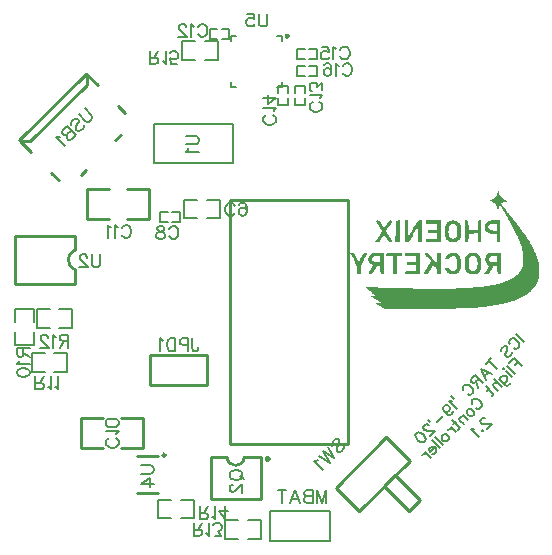
<source format=gbo>
G04 Layer: BottomSilkLayer*
G04 EasyEDA v6.4.7, 2020-12-08T13:31:26--8:00*
G04 6bdd79f421124b4abcc88a35f36145f3,11a6c599673c4091828b82ff80a72166,10*
G04 Gerber Generator version 0.2*
G04 Scale: 100 percent, Rotated: No, Reflected: No *
G04 Dimensions in millimeters *
G04 leading zeros omitted , absolute positions ,3 integer and 3 decimal *
%FSLAX33Y33*%
%MOMM*%
G90*
D02*

%ADD10C,0.254000*%
%ADD11C,0.299999*%
%ADD51C,0.203200*%
%ADD52C,0.200000*%
%ADD53C,0.202999*%
%ADD55C,0.152400*%
%ADD57C,0.200660*%

%LPD*%

%LPD*%
G36*
G01X32251Y28029D02*
G01X32210Y28032D01*
G01X32153Y28028D01*
G01X32106Y28016D01*
G01X32075Y27999D01*
G01X32064Y27978D01*
G01X32069Y27960D01*
G01X32083Y27928D01*
G01X32106Y27884D01*
G01X32137Y27830D01*
G01X32173Y27767D01*
G01X32216Y27698D01*
G01X32263Y27625D01*
G01X32313Y27548D01*
G01X32353Y27488D01*
G01X32389Y27433D01*
G01X32420Y27385D01*
G01X32448Y27341D01*
G01X32470Y27300D01*
G01X32488Y27263D01*
G01X32501Y27227D01*
G01X32509Y27191D01*
G01X32512Y27156D01*
G01X32510Y27120D01*
G01X32503Y27082D01*
G01X32490Y27042D01*
G01X32472Y26997D01*
G01X32448Y26949D01*
G01X32419Y26895D01*
G01X32383Y26834D01*
G01X32342Y26766D01*
G01X32295Y26691D01*
G01X32241Y26605D01*
G01X32182Y26511D01*
G01X31994Y26212D01*
G01X32169Y26212D01*
G01X32221Y26215D01*
G01X32265Y26223D01*
G01X32305Y26238D01*
G01X32342Y26263D01*
G01X32379Y26300D01*
G01X32417Y26350D01*
G01X32459Y26414D01*
G01X32507Y26494D01*
G01X32574Y26606D01*
G01X32635Y26702D01*
G01X32685Y26772D01*
G01X32716Y26804D01*
G01X32748Y26792D01*
G01X32801Y26737D01*
G01X32868Y26649D01*
G01X32941Y26536D01*
G01X32989Y26458D01*
G01X33034Y26393D01*
G01X33075Y26341D01*
G01X33115Y26299D01*
G01X33154Y26268D01*
G01X33195Y26246D01*
G01X33236Y26231D01*
G01X33281Y26223D01*
G01X33344Y26219D01*
G01X33396Y26221D01*
G01X33431Y26230D01*
G01X33444Y26244D01*
G01X33439Y26260D01*
G01X33423Y26292D01*
G01X33398Y26338D01*
G01X33364Y26396D01*
G01X33324Y26464D01*
G01X33278Y26539D01*
G01X33227Y26621D01*
G01X33173Y26707D01*
G01X32901Y27131D01*
G01X33173Y27555D01*
G01X33227Y27641D01*
G01X33278Y27722D01*
G01X33324Y27796D01*
G01X33364Y27862D01*
G01X33398Y27918D01*
G01X33423Y27962D01*
G01X33439Y27991D01*
G01X33444Y28005D01*
G01X33432Y28015D01*
G01X33400Y28024D01*
G01X33352Y28030D01*
G01X33294Y28032D01*
G01X33252Y28029D01*
G01X33212Y28018D01*
G01X33174Y28000D01*
G01X33136Y27972D01*
G01X33096Y27934D01*
G01X33054Y27884D01*
G01X33009Y27822D01*
G01X32958Y27747D01*
G01X32883Y27637D01*
G01X32815Y27547D01*
G01X32760Y27486D01*
G01X32728Y27463D01*
G01X32698Y27486D01*
G01X32648Y27547D01*
G01X32586Y27637D01*
G01X32519Y27747D01*
G01X32474Y27823D01*
G01X32434Y27885D01*
G01X32396Y27935D01*
G01X32360Y27972D01*
G01X32324Y28000D01*
G01X32288Y28018D01*
G01X32251Y28029D01*
G37*

%LPD*%
G36*
G01X34044Y26212D02*
G01X34044Y28039D01*
G01X33714Y28003D01*
G01X33698Y27108D01*
G01X33681Y26212D01*
G01X34044Y26212D01*
G37*

%LPD*%
G36*
G01X37527Y28032D02*
G01X36266Y28032D01*
G01X36266Y27889D01*
G01X36267Y27843D01*
G01X36275Y27808D01*
G01X36293Y27783D01*
G01X36329Y27766D01*
G01X36387Y27755D01*
G01X36472Y27750D01*
G01X36590Y27748D01*
G01X36746Y27747D01*
G01X37227Y27747D01*
G01X37227Y27236D01*
G01X36836Y27236D01*
G01X36711Y27235D01*
G01X36616Y27233D01*
G01X36547Y27227D01*
G01X36500Y27216D01*
G01X36470Y27199D01*
G01X36454Y27173D01*
G01X36447Y27139D01*
G01X36446Y27093D01*
G01X36447Y27048D01*
G01X36454Y27013D01*
G01X36470Y26988D01*
G01X36500Y26971D01*
G01X36547Y26960D01*
G01X36616Y26954D01*
G01X36711Y26952D01*
G01X36836Y26951D01*
G01X37227Y26951D01*
G01X37227Y26497D01*
G01X36746Y26497D01*
G01X36590Y26496D01*
G01X36472Y26494D01*
G01X36387Y26488D01*
G01X36329Y26478D01*
G01X36293Y26460D01*
G01X36275Y26436D01*
G01X36267Y26401D01*
G01X36266Y26354D01*
G01X36266Y26212D01*
G01X37527Y26212D01*
G01X37527Y28032D01*
G37*

%LPD*%
G36*
G01X39715Y28032D02*
G01X39567Y28032D01*
G01X39567Y26212D01*
G01X39715Y26212D01*
G01X39761Y26214D01*
G01X39797Y26221D01*
G01X39823Y26236D01*
G01X39843Y26264D01*
G01X39857Y26308D01*
G01X39867Y26371D01*
G01X39874Y26456D01*
G01X39880Y26568D01*
G01X39898Y26923D01*
G01X40648Y26957D01*
G01X40648Y26584D01*
G01X40649Y26465D01*
G01X40651Y26375D01*
G01X40658Y26309D01*
G01X40669Y26263D01*
G01X40687Y26235D01*
G01X40714Y26220D01*
G01X40750Y26213D01*
G01X40798Y26212D01*
G01X40949Y26212D01*
G01X40949Y28032D01*
G01X40798Y28032D01*
G01X40750Y28031D01*
G01X40713Y28024D01*
G01X40686Y28008D01*
G01X40669Y27977D01*
G01X40657Y27929D01*
G01X40651Y27858D01*
G01X40648Y27760D01*
G01X40648Y27230D01*
G01X39898Y27264D01*
G01X39880Y27648D01*
G01X39874Y27769D01*
G01X39867Y27862D01*
G01X39857Y27930D01*
G01X39844Y27977D01*
G01X39824Y28006D01*
G01X39797Y28023D01*
G01X39761Y28030D01*
G01X39715Y28032D01*
G37*

%LPD*%
G36*
G01X42569Y28032D02*
G01X42085Y28032D01*
G01X41979Y28031D01*
G01X41888Y28030D01*
G01X41812Y28028D01*
G01X41747Y28023D01*
G01X41692Y28016D01*
G01X41645Y28007D01*
G01X41604Y27995D01*
G01X41567Y27978D01*
G01X41533Y27958D01*
G01X41499Y27932D01*
G01X41463Y27902D01*
G01X41424Y27866D01*
G01X41380Y27820D01*
G01X41343Y27774D01*
G01X41312Y27726D01*
G01X41287Y27676D01*
G01X41268Y27625D01*
G01X41255Y27571D01*
G01X41249Y27516D01*
G01X41248Y27459D01*
G01X41254Y27400D01*
G01X41266Y27338D01*
G01X41284Y27274D01*
G01X41308Y27208D01*
G01X41331Y27165D01*
G01X41363Y27123D01*
G01X41403Y27084D01*
G01X41452Y27047D01*
G01X41506Y27014D01*
G01X41568Y26984D01*
G01X41634Y26958D01*
G01X41707Y26936D01*
G01X41782Y26918D01*
G01X41861Y26905D01*
G01X41943Y26897D01*
G01X42027Y26894D01*
G01X42269Y26894D01*
G01X42269Y26445D01*
G01X42272Y26362D01*
G01X42279Y26302D01*
G01X42290Y26260D01*
G01X42309Y26234D01*
G01X42335Y26220D01*
G01X42372Y26213D01*
G01X42419Y26212D01*
G01X42569Y26212D01*
G01X42569Y28032D01*
G37*

%LPC*%
G36*
G01X42269Y27747D02*
G01X42003Y27747D01*
G01X41944Y27746D01*
G01X41887Y27741D01*
G01X41834Y27734D01*
G01X41784Y27723D01*
G01X41740Y27710D01*
G01X41701Y27695D01*
G01X41668Y27678D01*
G01X41643Y27658D01*
G01X41605Y27617D01*
G01X41578Y27576D01*
G01X41559Y27534D01*
G01X41550Y27493D01*
G01X41549Y27452D01*
G01X41556Y27412D01*
G01X41571Y27374D01*
G01X41594Y27338D01*
G01X41624Y27304D01*
G01X41661Y27274D01*
G01X41705Y27247D01*
G01X41755Y27223D01*
G01X41810Y27205D01*
G01X41871Y27190D01*
G01X41937Y27182D01*
G01X42008Y27179D01*
G01X42269Y27179D01*
G01X42269Y27747D01*
G37*

%LPD*%
G36*
G01X34765Y28032D02*
G01X34465Y28032D01*
G01X34465Y26205D01*
G01X34660Y26223D01*
G01X34692Y26226D01*
G01X34722Y26231D01*
G01X34749Y26238D01*
G01X34776Y26249D01*
G01X34801Y26262D01*
G01X34827Y26280D01*
G01X34853Y26303D01*
G01X34880Y26332D01*
G01X34909Y26367D01*
G01X34941Y26410D01*
G01X34975Y26460D01*
G01X35013Y26520D01*
G01X35056Y26588D01*
G01X35103Y26667D01*
G01X35156Y26757D01*
G01X35215Y26858D01*
G01X35576Y27475D01*
G01X35592Y26843D01*
G01X35596Y26699D01*
G01X35600Y26578D01*
G01X35604Y26479D01*
G01X35610Y26400D01*
G01X35617Y26339D01*
G01X35626Y26292D01*
G01X35637Y26258D01*
G01X35653Y26236D01*
G01X35672Y26222D01*
G01X35695Y26215D01*
G01X35723Y26213D01*
G01X35757Y26212D01*
G01X35906Y26212D01*
G01X35906Y28032D01*
G01X35741Y28031D01*
G01X35705Y28030D01*
G01X35673Y28024D01*
G01X35642Y28012D01*
G01X35610Y27993D01*
G01X35578Y27966D01*
G01X35543Y27929D01*
G01X35505Y27879D01*
G01X35462Y27817D01*
G01X35412Y27740D01*
G01X35356Y27647D01*
G01X35291Y27537D01*
G01X35215Y27407D01*
G01X35166Y27323D01*
G01X35118Y27242D01*
G01X35072Y27165D01*
G01X35027Y27093D01*
G01X34986Y27026D01*
G01X34948Y26966D01*
G01X34913Y26913D01*
G01X34882Y26868D01*
G01X34856Y26832D01*
G01X34835Y26805D01*
G01X34820Y26788D01*
G01X34810Y26782D01*
G01X34804Y26788D01*
G01X34798Y26804D01*
G01X34793Y26831D01*
G01X34787Y26867D01*
G01X34783Y26912D01*
G01X34778Y26965D01*
G01X34774Y27025D01*
G01X34771Y27091D01*
G01X34768Y27164D01*
G01X34767Y27240D01*
G01X34765Y27322D01*
G01X34765Y28032D01*
G37*

%LPD*%
G36*
G01X38620Y28029D02*
G01X38560Y28031D01*
G01X38500Y28030D01*
G01X38441Y28026D01*
G01X38383Y28017D01*
G01X38328Y28006D01*
G01X38277Y27992D01*
G01X38229Y27974D01*
G01X38187Y27952D01*
G01X38151Y27928D01*
G01X38112Y27896D01*
G01X38078Y27865D01*
G01X38047Y27832D01*
G01X38019Y27798D01*
G01X37995Y27762D01*
G01X37973Y27725D01*
G01X37954Y27684D01*
G01X37939Y27641D01*
G01X37925Y27593D01*
G01X37914Y27541D01*
G01X37905Y27485D01*
G01X37898Y27423D01*
G01X37893Y27355D01*
G01X37889Y27280D01*
G01X37887Y27200D01*
G01X37887Y27024D01*
G01X37889Y26946D01*
G01X37892Y26874D01*
G01X37897Y26810D01*
G01X37903Y26753D01*
G01X37911Y26700D01*
G01X37921Y26652D01*
G01X37933Y26609D01*
G01X37947Y26568D01*
G01X37963Y26531D01*
G01X37981Y26494D01*
G01X38002Y26459D01*
G01X38032Y26417D01*
G01X38065Y26379D01*
G01X38101Y26343D01*
G01X38139Y26311D01*
G01X38180Y26283D01*
G01X38222Y26258D01*
G01X38267Y26236D01*
G01X38313Y26219D01*
G01X38361Y26204D01*
G01X38410Y26193D01*
G01X38459Y26186D01*
G01X38510Y26182D01*
G01X38561Y26182D01*
G01X38612Y26186D01*
G01X38664Y26192D01*
G01X38715Y26203D01*
G01X38766Y26217D01*
G01X38817Y26235D01*
G01X38866Y26256D01*
G01X38915Y26281D01*
G01X38961Y26310D01*
G01X39007Y26342D01*
G01X39051Y26378D01*
G01X39093Y26417D01*
G01X39122Y26447D01*
G01X39146Y26477D01*
G01X39168Y26508D01*
G01X39186Y26541D01*
G01X39202Y26578D01*
G01X39215Y26618D01*
G01X39225Y26664D01*
G01X39235Y26716D01*
G01X39242Y26777D01*
G01X39248Y26846D01*
G01X39254Y26925D01*
G01X39259Y27014D01*
G01X39262Y27106D01*
G01X39263Y27191D01*
G01X39262Y27271D01*
G01X39258Y27345D01*
G01X39252Y27413D01*
G01X39243Y27477D01*
G01X39231Y27537D01*
G01X39216Y27592D01*
G01X39198Y27643D01*
G01X39177Y27691D01*
G01X39153Y27735D01*
G01X39126Y27777D01*
G01X39095Y27815D01*
G01X39061Y27852D01*
G01X39023Y27887D01*
G01X38981Y27920D01*
G01X38942Y27945D01*
G01X38897Y27968D01*
G01X38848Y27986D01*
G01X38794Y28002D01*
G01X38738Y28014D01*
G01X38680Y28023D01*
G01X38620Y28029D01*
G37*

%LPC*%
G36*
G01X38632Y27738D02*
G01X38565Y27743D01*
G01X38497Y27735D01*
G01X38430Y27714D01*
G01X38366Y27680D01*
G01X38307Y27633D01*
G01X38280Y27600D01*
G01X38255Y27556D01*
G01X38234Y27503D01*
G01X38217Y27441D01*
G01X38203Y27374D01*
G01X38192Y27301D01*
G01X38185Y27225D01*
G01X38181Y27147D01*
G01X38181Y27069D01*
G01X38184Y26991D01*
G01X38191Y26915D01*
G01X38201Y26843D01*
G01X38215Y26777D01*
G01X38233Y26717D01*
G01X38255Y26665D01*
G01X38280Y26623D01*
G01X38312Y26588D01*
G01X38349Y26559D01*
G01X38391Y26535D01*
G01X38437Y26517D01*
G01X38485Y26505D01*
G01X38536Y26498D01*
G01X38587Y26498D01*
G01X38637Y26503D01*
G01X38686Y26514D01*
G01X38733Y26532D01*
G01X38775Y26555D01*
G01X38813Y26586D01*
G01X38832Y26610D01*
G01X38850Y26643D01*
G01X38865Y26684D01*
G01X38878Y26732D01*
G01X38889Y26785D01*
G01X38898Y26844D01*
G01X38905Y26906D01*
G01X38910Y26973D01*
G01X38913Y27040D01*
G01X38914Y27109D01*
G01X38912Y27178D01*
G01X38908Y27246D01*
G01X38903Y27312D01*
G01X38896Y27376D01*
G01X38886Y27435D01*
G01X38874Y27490D01*
G01X38861Y27539D01*
G01X38845Y27582D01*
G01X38828Y27617D01*
G01X38808Y27644D01*
G01X38755Y27688D01*
G01X38696Y27719D01*
G01X38632Y27738D01*
G37*

%LPD*%
G36*
G01X30017Y25302D02*
G01X29841Y25302D01*
G01X30142Y24735D01*
G01X30188Y24646D01*
G01X30230Y24566D01*
G01X30266Y24493D01*
G01X30299Y24426D01*
G01X30327Y24365D01*
G01X30352Y24309D01*
G01X30373Y24256D01*
G01X30390Y24206D01*
G01X30405Y24159D01*
G01X30416Y24113D01*
G01X30425Y24068D01*
G01X30433Y24023D01*
G01X30437Y23977D01*
G01X30441Y23929D01*
G01X30442Y23878D01*
G01X30443Y23825D01*
G01X30443Y23716D01*
G01X30446Y23633D01*
G01X30452Y23573D01*
G01X30464Y23531D01*
G01X30482Y23504D01*
G01X30509Y23490D01*
G01X30545Y23484D01*
G01X30593Y23483D01*
G01X30640Y23484D01*
G01X30677Y23490D01*
G01X30703Y23505D01*
G01X30722Y23532D01*
G01X30733Y23576D01*
G01X30740Y23639D01*
G01X30742Y23725D01*
G01X30743Y23838D01*
G01X30744Y23894D01*
G01X30745Y23945D01*
G01X30748Y23994D01*
G01X30753Y24041D01*
G01X30759Y24086D01*
G01X30767Y24131D01*
G01X30778Y24175D01*
G01X30791Y24221D01*
G01X30807Y24268D01*
G01X30825Y24318D01*
G01X30847Y24370D01*
G01X30872Y24426D01*
G01X30901Y24487D01*
G01X30934Y24554D01*
G01X30971Y24626D01*
G01X31012Y24705D01*
G01X31066Y24809D01*
G01X31117Y24907D01*
G01X31163Y24998D01*
G01X31202Y25079D01*
G01X31235Y25148D01*
G01X31260Y25203D01*
G01X31276Y25241D01*
G01X31282Y25260D01*
G01X31270Y25276D01*
G01X31238Y25290D01*
G01X31189Y25299D01*
G01X31129Y25302D01*
G01X31083Y25299D01*
G01X31043Y25288D01*
G01X31006Y25266D01*
G01X30968Y25231D01*
G01X30930Y25179D01*
G01X30888Y25108D01*
G01X30839Y25015D01*
G01X30782Y24897D01*
G01X30587Y24492D01*
G01X30390Y24897D01*
G01X30329Y25020D01*
G01X30279Y25116D01*
G01X30235Y25187D01*
G01X30196Y25238D01*
G01X30158Y25271D01*
G01X30118Y25291D01*
G01X30072Y25300D01*
G01X30017Y25302D01*
G37*

%LPD*%
G36*
G01X32724Y25302D02*
G01X32149Y25302D01*
G01X32063Y25300D01*
G01X31989Y25298D01*
G01X31925Y25293D01*
G01X31869Y25286D01*
G01X31821Y25278D01*
G01X31777Y25266D01*
G01X31738Y25251D01*
G01X31701Y25233D01*
G01X31664Y25211D01*
G01X31627Y25185D01*
G01X31588Y25155D01*
G01X31536Y25111D01*
G01X31494Y25071D01*
G01X31462Y25031D01*
G01X31438Y24989D01*
G01X31421Y24944D01*
G01X31410Y24892D01*
G01X31405Y24833D01*
G01X31403Y24762D01*
G01X31405Y24692D01*
G01X31410Y24633D01*
G01X31421Y24582D01*
G01X31437Y24537D01*
G01X31460Y24496D01*
G01X31490Y24457D01*
G01X31529Y24418D01*
G01X31578Y24377D01*
G01X31751Y24238D01*
G01X31578Y23937D01*
G01X31529Y23850D01*
G01X31488Y23775D01*
G01X31457Y23711D01*
G01X31433Y23656D01*
G01X31419Y23610D01*
G01X31412Y23572D01*
G01X31414Y23541D01*
G01X31425Y23519D01*
G01X31443Y23502D01*
G01X31470Y23491D01*
G01X31505Y23485D01*
G01X31548Y23483D01*
G01X31589Y23486D01*
G01X31628Y23498D01*
G01X31666Y23520D01*
G01X31705Y23554D01*
G01X31746Y23601D01*
G01X31790Y23663D01*
G01X31841Y23741D01*
G01X31898Y23838D01*
G01X31955Y23934D01*
G01X32006Y24013D01*
G01X32052Y24076D01*
G01X32094Y24125D01*
G01X32135Y24161D01*
G01X32176Y24187D01*
G01X32218Y24203D01*
G01X32263Y24212D01*
G01X32316Y24217D01*
G01X32356Y24216D01*
G01X32384Y24204D01*
G01X32403Y24180D01*
G01X32415Y24136D01*
G01X32421Y24070D01*
G01X32423Y23978D01*
G01X32424Y23856D01*
G01X32424Y23737D01*
G01X32427Y23646D01*
G01X32433Y23580D01*
G01X32444Y23534D01*
G01X32462Y23506D01*
G01X32489Y23490D01*
G01X32525Y23484D01*
G01X32574Y23483D01*
G01X32724Y23483D01*
G01X32724Y25302D01*
G37*

%LPC*%
G36*
G01X32424Y25018D02*
G01X32126Y25018D01*
G01X32045Y25017D01*
G01X31978Y25013D01*
G01X31922Y25006D01*
G01X31876Y24995D01*
G01X31839Y24981D01*
G01X31809Y24961D01*
G01X31785Y24937D01*
G01X31766Y24908D01*
G01X31738Y24856D01*
G01X31719Y24811D01*
G01X31709Y24771D01*
G01X31709Y24735D01*
G01X31717Y24701D01*
G01X31734Y24668D01*
G01X31761Y24633D01*
G01X31798Y24596D01*
G01X31823Y24576D01*
G01X31855Y24559D01*
G01X31894Y24543D01*
G01X31939Y24531D01*
G01X31988Y24520D01*
G01X32041Y24512D01*
G01X32098Y24508D01*
G01X32158Y24506D01*
G01X32424Y24506D01*
G01X32424Y25018D01*
G37*

%LPD*%
G36*
G01X34285Y25162D02*
G01X34285Y25306D01*
G01X33610Y25290D01*
G01X33460Y25286D01*
G01X33334Y25282D01*
G01X33230Y25278D01*
G01X33145Y25273D01*
G01X33078Y25267D01*
G01X33026Y25258D01*
G01X32987Y25247D01*
G01X32959Y25234D01*
G01X32940Y25218D01*
G01X32927Y25198D01*
G01X32920Y25174D01*
G01X32915Y25146D01*
G01X32911Y25107D01*
G01X32912Y25077D01*
G01X32922Y25054D01*
G01X32942Y25038D01*
G01X32975Y25027D01*
G01X33022Y25021D01*
G01X33086Y25019D01*
G01X33170Y25018D01*
G01X33444Y25018D01*
G01X33444Y23483D01*
G01X33805Y23483D01*
G01X33805Y25018D01*
G01X34044Y25018D01*
G01X34173Y25022D01*
G01X34246Y25041D01*
G01X34278Y25084D01*
G01X34285Y25162D01*
G37*

%LPD*%
G36*
G01X35785Y25302D02*
G01X34525Y25302D01*
G01X34525Y25160D01*
G01X34526Y25114D01*
G01X34533Y25079D01*
G01X34551Y25054D01*
G01X34585Y25037D01*
G01X34639Y25026D01*
G01X34719Y25021D01*
G01X34829Y25018D01*
G01X35425Y25018D01*
G01X35425Y24506D01*
G01X34911Y24506D01*
G01X34816Y24503D01*
G01X34746Y24497D01*
G01X34699Y24486D01*
G01X34669Y24469D01*
G01X34653Y24444D01*
G01X34646Y24409D01*
G01X34645Y24364D01*
G01X34646Y24319D01*
G01X34653Y24284D01*
G01X34669Y24259D01*
G01X34699Y24242D01*
G01X34746Y24231D01*
G01X34816Y24225D01*
G01X34911Y24222D01*
G01X35425Y24222D01*
G01X35425Y23767D01*
G01X34829Y23767D01*
G01X34719Y23764D01*
G01X34639Y23758D01*
G01X34585Y23748D01*
G01X34551Y23731D01*
G01X34533Y23706D01*
G01X34526Y23671D01*
G01X34525Y23625D01*
G01X34525Y23483D01*
G01X35785Y23483D01*
G01X35785Y25302D01*
G37*

%LPD*%
G36*
G01X36352Y25301D02*
G01X36317Y25302D01*
G01X36251Y25300D01*
G01X36196Y25293D01*
G01X36159Y25282D01*
G01X36145Y25270D01*
G01X36151Y25256D01*
G01X36167Y25230D01*
G01X36193Y25194D01*
G01X36226Y25147D01*
G01X36266Y25093D01*
G01X36313Y25033D01*
G01X36364Y24968D01*
G01X36419Y24900D01*
G01X36693Y24563D01*
G01X36359Y24037D01*
G01X36288Y23925D01*
G01X36229Y23830D01*
G01X36181Y23750D01*
G01X36143Y23685D01*
G01X36116Y23632D01*
G01X36097Y23590D01*
G01X36087Y23558D01*
G01X36085Y23534D01*
G01X36091Y23517D01*
G01X36104Y23505D01*
G01X36124Y23497D01*
G01X36150Y23492D01*
G01X36198Y23487D01*
G01X36242Y23485D01*
G01X36282Y23489D01*
G01X36320Y23498D01*
G01X36356Y23516D01*
G01X36391Y23540D01*
G01X36428Y23574D01*
G01X36467Y23618D01*
G01X36508Y23672D01*
G01X36554Y23738D01*
G01X36605Y23816D01*
G01X36662Y23908D01*
G01X36896Y24288D01*
G01X37061Y24100D01*
G01X37102Y24052D01*
G01X37136Y24003D01*
G01X37165Y23955D01*
G01X37187Y23907D01*
G01X37205Y23857D01*
G01X37217Y23806D01*
G01X37224Y23753D01*
G01X37227Y23698D01*
G01X37231Y23583D01*
G01X37251Y23518D01*
G01X37297Y23489D01*
G01X37376Y23483D01*
G01X37527Y23483D01*
G01X37527Y25302D01*
G01X37376Y25302D01*
G01X37328Y25301D01*
G01X37291Y25294D01*
G01X37265Y25277D01*
G01X37246Y25245D01*
G01X37235Y25194D01*
G01X37229Y25118D01*
G01X37227Y25014D01*
G01X37227Y24875D01*
G01X37225Y24790D01*
G01X37222Y24710D01*
G01X37218Y24638D01*
G01X37212Y24575D01*
G01X37206Y24522D01*
G01X37198Y24483D01*
G01X37188Y24458D01*
G01X37179Y24449D01*
G01X37163Y24458D01*
G01X37136Y24483D01*
G01X37097Y24522D01*
G01X37051Y24575D01*
G01X36998Y24638D01*
G01X36939Y24710D01*
G01X36875Y24790D01*
G01X36810Y24875D01*
G01X36746Y24960D01*
G01X36689Y25032D01*
G01X36639Y25094D01*
G01X36594Y25146D01*
G01X36553Y25189D01*
G01X36516Y25224D01*
G01X36481Y25251D01*
G01X36449Y25272D01*
G01X36417Y25286D01*
G01X36385Y25296D01*
G01X36352Y25301D01*
G37*

%LPD*%
G36*
G01X38612Y25302D02*
G01X38544Y25302D01*
G01X38478Y25296D01*
G01X38413Y25284D01*
G01X38350Y25268D01*
G01X38290Y25245D01*
G01X38234Y25217D01*
G01X38181Y25184D01*
G01X38132Y25146D01*
G01X38061Y25075D01*
G01X37997Y24998D01*
G01X37946Y24924D01*
G01X37917Y24861D01*
G01X37903Y24797D01*
G01X37911Y24758D01*
G01X37946Y24739D01*
G01X38011Y24734D01*
G01X38073Y24745D01*
G01X38145Y24775D01*
G01X38218Y24821D01*
G01X38282Y24875D01*
G01X38348Y24931D01*
G01X38424Y24976D01*
G01X38502Y25007D01*
G01X38571Y25018D01*
G01X38626Y25014D01*
G01X38676Y25001D01*
G01X38721Y24981D01*
G01X38761Y24951D01*
G01X38796Y24913D01*
G01X38826Y24866D01*
G01X38851Y24810D01*
G01X38871Y24745D01*
G01X38887Y24671D01*
G01X38898Y24588D01*
G01X38905Y24495D01*
G01X38907Y24392D01*
G01X38906Y24312D01*
G01X38902Y24237D01*
G01X38896Y24168D01*
G01X38887Y24106D01*
G01X38875Y24049D01*
G01X38861Y23998D01*
G01X38843Y23952D01*
G01X38823Y23912D01*
G01X38800Y23877D01*
G01X38773Y23847D01*
G01X38744Y23822D01*
G01X38711Y23802D01*
G01X38675Y23786D01*
G01X38635Y23775D01*
G01X38592Y23769D01*
G01X38545Y23767D01*
G01X38461Y23775D01*
G01X38388Y23801D01*
G01X38326Y23845D01*
G01X38271Y23909D01*
G01X38221Y23968D01*
G01X38161Y24012D01*
G01X38096Y24041D01*
G01X38030Y24051D01*
G01X37974Y24048D01*
G01X37933Y24037D01*
G01X37906Y24019D01*
G01X37894Y23991D01*
G01X37896Y23952D01*
G01X37912Y23903D01*
G01X37942Y23841D01*
G01X37986Y23766D01*
G01X38019Y23719D01*
G01X38054Y23677D01*
G01X38093Y23639D01*
G01X38134Y23604D01*
G01X38180Y23575D01*
G01X38229Y23550D01*
G01X38282Y23529D01*
G01X38339Y23512D01*
G01X38401Y23499D01*
G01X38467Y23490D01*
G01X38538Y23485D01*
G01X38614Y23483D01*
G01X38665Y23484D01*
G01X38713Y23489D01*
G01X38760Y23498D01*
G01X38804Y23509D01*
G01X38847Y23525D01*
G01X38888Y23543D01*
G01X38926Y23564D01*
G01X38963Y23589D01*
G01X38998Y23616D01*
G01X39031Y23647D01*
G01X39061Y23680D01*
G01X39090Y23716D01*
G01X39116Y23755D01*
G01X39141Y23797D01*
G01X39163Y23842D01*
G01X39183Y23888D01*
G01X39200Y23938D01*
G01X39215Y23991D01*
G01X39229Y24045D01*
G01X39239Y24102D01*
G01X39247Y24162D01*
G01X39253Y24224D01*
G01X39256Y24288D01*
G01X39257Y24354D01*
G01X39256Y24423D01*
G01X39252Y24493D01*
G01X39245Y24566D01*
G01X39236Y24640D01*
G01X39223Y24722D01*
G01X39208Y24797D01*
G01X39189Y24866D01*
G01X39168Y24930D01*
G01X39143Y24989D01*
G01X39116Y25042D01*
G01X39085Y25089D01*
G01X39052Y25131D01*
G01X39016Y25167D01*
G01X38977Y25199D01*
G01X38934Y25224D01*
G01X38889Y25245D01*
G01X38820Y25268D01*
G01X38751Y25285D01*
G01X38681Y25297D01*
G01X38612Y25302D01*
G37*

%LPD*%
G36*
G01X40328Y25301D02*
G01X40251Y25302D01*
G01X40171Y25301D01*
G01X40102Y25295D01*
G01X40042Y25284D01*
G01X39989Y25267D01*
G01X39938Y25242D01*
G01X39887Y25208D01*
G01X39833Y25164D01*
G01X39772Y25109D01*
G01X39725Y25064D01*
G01X39687Y25026D01*
G01X39655Y24990D01*
G01X39630Y24954D01*
G01X39610Y24917D01*
G01X39594Y24877D01*
G01X39584Y24829D01*
G01X39576Y24774D01*
G01X39571Y24708D01*
G01X39569Y24629D01*
G01X39568Y24535D01*
G01X39567Y24424D01*
G01X39568Y24335D01*
G01X39571Y24252D01*
G01X39575Y24174D01*
G01X39582Y24101D01*
G01X39590Y24033D01*
G01X39601Y23970D01*
G01X39614Y23911D01*
G01X39629Y23856D01*
G01X39646Y23806D01*
G01X39666Y23760D01*
G01X39689Y23718D01*
G01X39714Y23680D01*
G01X39742Y23646D01*
G01X39774Y23616D01*
G01X39808Y23589D01*
G01X39845Y23565D01*
G01X39885Y23545D01*
G01X39929Y23527D01*
G01X39976Y23513D01*
G01X40026Y23502D01*
G01X40080Y23493D01*
G01X40138Y23487D01*
G01X40199Y23484D01*
G01X40265Y23483D01*
G01X40329Y23484D01*
G01X40390Y23489D01*
G01X40447Y23497D01*
G01X40501Y23507D01*
G01X40551Y23522D01*
G01X40599Y23540D01*
G01X40642Y23561D01*
G01X40683Y23586D01*
G01X40721Y23615D01*
G01X40755Y23647D01*
G01X40787Y23683D01*
G01X40815Y23723D01*
G01X40840Y23767D01*
G01X40863Y23815D01*
G01X40883Y23867D01*
G01X40899Y23923D01*
G01X40914Y23983D01*
G01X40925Y24048D01*
G01X40933Y24118D01*
G01X40939Y24191D01*
G01X40943Y24269D01*
G01X40944Y24352D01*
G01X40943Y24440D01*
G01X40939Y24533D01*
G01X40933Y24628D01*
G01X40928Y24710D01*
G01X40921Y24779D01*
G01X40913Y24838D01*
G01X40903Y24889D01*
G01X40890Y24932D01*
G01X40873Y24969D01*
G01X40854Y25004D01*
G01X40829Y25036D01*
G01X40799Y25068D01*
G01X40763Y25101D01*
G01X40721Y25138D01*
G01X40665Y25182D01*
G01X40613Y25218D01*
G01X40562Y25247D01*
G01X40510Y25269D01*
G01X40455Y25284D01*
G01X40395Y25295D01*
G01X40328Y25301D01*
G37*

%LPC*%
G36*
G01X40289Y25025D02*
G01X40247Y25025D01*
G01X40203Y25021D01*
G01X40158Y25010D01*
G01X40111Y24992D01*
G01X40063Y24968D01*
G01X40014Y24937D01*
G01X39981Y24911D01*
G01X39954Y24879D01*
G01X39934Y24839D01*
G01X39919Y24789D01*
G01X39909Y24723D01*
G01X39902Y24640D01*
G01X39899Y24535D01*
G01X39898Y24406D01*
G01X39899Y24313D01*
G01X39901Y24229D01*
G01X39906Y24154D01*
G01X39913Y24087D01*
G01X39922Y24028D01*
G01X39935Y23975D01*
G01X39950Y23930D01*
G01X39968Y23892D01*
G01X39990Y23859D01*
G01X40015Y23832D01*
G01X40045Y23811D01*
G01X40078Y23793D01*
G01X40116Y23781D01*
G01X40159Y23773D01*
G01X40206Y23769D01*
G01X40258Y23767D01*
G01X40316Y23769D01*
G01X40367Y23775D01*
G01X40412Y23785D01*
G01X40451Y23801D01*
G01X40486Y23822D01*
G01X40516Y23850D01*
G01X40541Y23885D01*
G01X40564Y23927D01*
G01X40582Y23977D01*
G01X40599Y24036D01*
G01X40613Y24103D01*
G01X40626Y24181D01*
G01X40635Y24260D01*
G01X40641Y24336D01*
G01X40642Y24409D01*
G01X40640Y24479D01*
G01X40634Y24546D01*
G01X40625Y24609D01*
G01X40612Y24668D01*
G01X40596Y24724D01*
G01X40577Y24775D01*
G01X40555Y24822D01*
G01X40530Y24865D01*
G01X40503Y24903D01*
G01X40473Y24936D01*
G01X40440Y24964D01*
G01X40406Y24988D01*
G01X40368Y25006D01*
G01X40330Y25018D01*
G01X40289Y25025D01*
G37*

%LPD*%
G36*
G01X42629Y23483D02*
G01X42629Y25313D01*
G01X42083Y25294D01*
G01X41970Y25289D01*
G01X41873Y25284D01*
G01X41789Y25279D01*
G01X41719Y25272D01*
G01X41659Y25265D01*
G01X41609Y25255D01*
G01X41567Y25243D01*
G01X41532Y25229D01*
G01X41501Y25212D01*
G01X41474Y25191D01*
G01X41448Y25168D01*
G01X41423Y25140D01*
G01X41393Y25099D01*
G01X41367Y25055D01*
G01X41345Y25007D01*
G01X41329Y24957D01*
G01X41316Y24904D01*
G01X41308Y24851D01*
G01X41304Y24796D01*
G01X41304Y24740D01*
G01X41309Y24686D01*
G01X41318Y24631D01*
G01X41331Y24578D01*
G01X41349Y24528D01*
G01X41370Y24480D01*
G01X41396Y24435D01*
G01X41426Y24394D01*
G01X41460Y24357D01*
G01X41612Y24214D01*
G01X41407Y23848D01*
G01X41202Y23483D01*
G01X41391Y23483D01*
G01X41448Y23485D01*
G01X41498Y23494D01*
G01X41541Y23512D01*
G01X41582Y23543D01*
G01X41623Y23589D01*
G01X41669Y23654D01*
G01X41722Y23741D01*
G01X41786Y23852D01*
G01X41847Y23960D01*
G01X41900Y24045D01*
G01X41945Y24110D01*
G01X41986Y24157D01*
G01X42026Y24189D01*
G01X42066Y24209D01*
G01X42110Y24219D01*
G01X42161Y24222D01*
G01X42216Y24221D01*
G01X42258Y24216D01*
G01X42288Y24201D01*
G01X42308Y24174D01*
G01X42320Y24130D01*
G01X42326Y24065D01*
G01X42329Y23973D01*
G01X42329Y23852D01*
G01X42330Y23734D01*
G01X42332Y23644D01*
G01X42339Y23579D01*
G01X42350Y23534D01*
G01X42368Y23505D01*
G01X42395Y23490D01*
G01X42431Y23484D01*
G01X42479Y23483D01*
G01X42629Y23483D01*
G37*

%LPC*%
G36*
G01X42118Y25017D02*
G01X42054Y25018D01*
G01X41988Y25016D01*
G01X41921Y25011D01*
G01X41857Y25004D01*
G01X41798Y24994D01*
G01X41747Y24981D01*
G01X41708Y24966D01*
G01X41681Y24950D01*
G01X41653Y24914D01*
G01X41630Y24866D01*
G01X41615Y24814D01*
G01X41609Y24762D01*
G01X41611Y24718D01*
G01X41619Y24678D01*
G01X41632Y24644D01*
G01X41651Y24613D01*
G01X41676Y24587D01*
G01X41708Y24565D01*
G01X41745Y24546D01*
G01X41790Y24531D01*
G01X41841Y24520D01*
G01X41900Y24512D01*
G01X41967Y24508D01*
G01X42041Y24506D01*
G01X42329Y24506D01*
G01X42329Y24724D01*
G01X42326Y24811D01*
G01X42317Y24889D01*
G01X42304Y24948D01*
G01X42289Y24980D01*
G01X42264Y24994D01*
G01X42226Y25005D01*
G01X42176Y25013D01*
G01X42118Y25017D01*
G37*

%LPD*%
G36*
G01X42432Y30516D02*
G01X42415Y30519D01*
G01X42393Y30503D01*
G01X42370Y30472D01*
G01X42347Y30427D01*
G01X42325Y30370D01*
G01X42307Y30302D01*
G01X42291Y30250D01*
G01X42266Y30195D01*
G01X42233Y30139D01*
G01X42193Y30083D01*
G01X42146Y30029D01*
G01X42096Y29976D01*
G01X42043Y29928D01*
G01X41987Y29885D01*
G01X41932Y29847D01*
G01X41876Y29817D01*
G01X41822Y29795D01*
G01X41772Y29784D01*
G01X41736Y29778D01*
G01X41714Y29769D01*
G01X41706Y29758D01*
G01X41713Y29743D01*
G01X41736Y29723D01*
G01X41775Y29697D01*
G01X41833Y29664D01*
G01X41909Y29623D01*
G01X41986Y29581D01*
G01X42050Y29540D01*
G01X42103Y29499D01*
G01X42146Y29455D01*
G01X42184Y29406D01*
G01X42217Y29349D01*
G01X42247Y29281D01*
G01X42277Y29202D01*
G01X42375Y28922D01*
G01X42417Y29102D01*
G01X42437Y29174D01*
G01X42460Y29237D01*
G01X42485Y29284D01*
G01X42507Y29310D01*
G01X42514Y29311D01*
G01X42523Y29309D01*
G01X42534Y29304D01*
G01X42546Y29294D01*
G01X42561Y29281D01*
G01X42576Y29265D01*
G01X42594Y29245D01*
G01X42612Y29222D01*
G01X42632Y29196D01*
G01X42654Y29167D01*
G01X42677Y29136D01*
G01X42701Y29101D01*
G01X42726Y29063D01*
G01X42753Y29023D01*
G01X42780Y28981D01*
G01X42809Y28935D01*
G01X42838Y28888D01*
G01X42869Y28839D01*
G01X42901Y28787D01*
G01X42933Y28734D01*
G01X42966Y28678D01*
G01X43000Y28621D01*
G01X43034Y28562D01*
G01X43070Y28502D01*
G01X43105Y28440D01*
G01X43141Y28376D01*
G01X43178Y28311D01*
G01X43215Y28245D01*
G01X43252Y28178D01*
G01X43289Y28110D01*
G01X43365Y27972D01*
G01X43479Y27759D01*
G01X43594Y27542D01*
G01X43668Y27398D01*
G01X43706Y27325D01*
G01X43742Y27253D01*
G01X43779Y27181D01*
G01X43814Y27110D01*
G01X43849Y27040D01*
G01X43884Y26969D01*
G01X43918Y26900D01*
G01X43951Y26831D01*
G01X43984Y26763D01*
G01X44046Y26631D01*
G01X44076Y26567D01*
G01X44105Y26504D01*
G01X44133Y26442D01*
G01X44160Y26382D01*
G01X44186Y26324D01*
G01X44210Y26267D01*
G01X44233Y26213D01*
G01X44255Y26160D01*
G01X44276Y26109D01*
G01X44294Y26060D01*
G01X44312Y26013D01*
G01X44328Y25969D01*
G01X44343Y25928D01*
G01X44363Y25866D01*
G01X44382Y25803D01*
G01X44399Y25739D01*
G01X44416Y25674D01*
G01X44431Y25609D01*
G01X44446Y25542D01*
G01X44459Y25474D01*
G01X44471Y25407D01*
G01X44491Y25271D01*
G01X44500Y25202D01*
G01X44507Y25134D01*
G01X44513Y25066D01*
G01X44517Y24998D01*
G01X44521Y24931D01*
G01X44523Y24865D01*
G01X44524Y24799D01*
G01X44524Y24734D01*
G01X44523Y24670D01*
G01X44520Y24607D01*
G01X44517Y24546D01*
G01X44512Y24486D01*
G01X44506Y24427D01*
G01X44499Y24371D01*
G01X44490Y24316D01*
G01X44480Y24263D01*
G01X44469Y24212D01*
G01X44456Y24164D01*
G01X44443Y24118D01*
G01X44428Y24074D01*
G01X44412Y24033D01*
G01X44394Y23994D01*
G01X44368Y23942D01*
G01X44341Y23892D01*
G01X44312Y23842D01*
G01X44282Y23794D01*
G01X44251Y23747D01*
G01X44219Y23702D01*
G01X44186Y23657D01*
G01X44151Y23614D01*
G01X44114Y23571D01*
G01X44077Y23530D01*
G01X44038Y23490D01*
G01X43997Y23451D01*
G01X43954Y23412D01*
G01X43911Y23374D01*
G01X43865Y23337D01*
G01X43818Y23301D01*
G01X43769Y23265D01*
G01X43718Y23230D01*
G01X43665Y23196D01*
G01X43611Y23162D01*
G01X43584Y23146D01*
G01X43502Y23099D01*
G01X43473Y23083D01*
G01X43445Y23068D01*
G01X43416Y23053D01*
G01X43388Y23038D01*
G01X43329Y23008D01*
G01X43298Y22993D01*
G01X43268Y22979D01*
G01X43175Y22937D01*
G01X43111Y22910D01*
G01X43078Y22896D01*
G01X43012Y22870D01*
G01X42910Y22831D01*
G01X42840Y22806D01*
G01X42768Y22782D01*
G01X42695Y22758D01*
G01X42620Y22735D01*
G01X42582Y22724D01*
G01X42544Y22712D01*
G01X42466Y22690D01*
G01X42385Y22669D01*
G01X42345Y22658D01*
G01X42303Y22648D01*
G01X42220Y22628D01*
G01X42177Y22617D01*
G01X42135Y22608D01*
G01X42047Y22588D01*
G01X42003Y22579D01*
G01X41913Y22561D01*
G01X41821Y22543D01*
G01X41774Y22534D01*
G01X41727Y22526D01*
G01X41679Y22517D01*
G01X41631Y22509D01*
G01X41533Y22493D01*
G01X41433Y22477D01*
G01X41382Y22470D01*
G01X41331Y22462D01*
G01X41279Y22455D01*
G01X41226Y22448D01*
G01X41174Y22441D01*
G01X41066Y22427D01*
G01X41011Y22420D01*
G01X40956Y22414D01*
G01X40844Y22402D01*
G01X40788Y22395D01*
G01X40672Y22383D01*
G01X40614Y22378D01*
G01X40495Y22366D01*
G01X40435Y22361D01*
G01X40374Y22356D01*
G01X40188Y22341D01*
G01X40061Y22332D01*
G01X39996Y22327D01*
G01X39865Y22319D01*
G01X39799Y22315D01*
G01X39732Y22311D01*
G01X39664Y22308D01*
G01X39596Y22303D01*
G01X39527Y22300D01*
G01X39458Y22296D01*
G01X39388Y22293D01*
G01X39245Y22287D01*
G01X39173Y22284D01*
G01X39100Y22281D01*
G01X39027Y22279D01*
G01X38953Y22276D01*
G01X38878Y22274D01*
G01X38802Y22271D01*
G01X38726Y22269D01*
G01X38572Y22265D01*
G01X38493Y22263D01*
G01X38415Y22261D01*
G01X38335Y22260D01*
G01X38255Y22258D01*
G01X38173Y22257D01*
G01X38092Y22256D01*
G01X38009Y22254D01*
G01X37926Y22253D01*
G01X37842Y22252D01*
G01X37758Y22252D01*
G01X37673Y22251D01*
G01X37586Y22250D01*
G01X37412Y22250D01*
G01X37324Y22249D01*
G01X36963Y22249D01*
G01X36870Y22250D01*
G01X36777Y22250D01*
G01X36684Y22251D01*
G01X36589Y22251D01*
G01X36494Y22252D01*
G01X36398Y22253D01*
G01X36204Y22255D01*
G01X36106Y22256D01*
G01X36006Y22258D01*
G01X35907Y22259D01*
G01X35806Y22260D01*
G01X35602Y22264D01*
G01X35499Y22266D01*
G01X35395Y22268D01*
G01X35289Y22270D01*
G01X35184Y22272D01*
G01X35078Y22274D01*
G01X34970Y22277D01*
G01X34862Y22279D01*
G01X34753Y22282D01*
G01X34575Y22286D01*
G01X34399Y22290D01*
G01X34312Y22292D01*
G01X34225Y22295D01*
G01X34138Y22297D01*
G01X34053Y22299D01*
G01X33967Y22301D01*
G01X33883Y22303D01*
G01X33799Y22306D01*
G01X33716Y22308D01*
G01X33633Y22311D01*
G01X33471Y22315D01*
G01X33392Y22317D01*
G01X33313Y22320D01*
G01X33235Y22322D01*
G01X33158Y22324D01*
G01X33083Y22326D01*
G01X33009Y22328D01*
G01X32936Y22331D01*
G01X32864Y22333D01*
G01X32794Y22335D01*
G01X32725Y22338D01*
G01X32591Y22342D01*
G01X32526Y22344D01*
G01X32463Y22346D01*
G01X32402Y22348D01*
G01X32284Y22352D01*
G01X32228Y22354D01*
G01X32173Y22356D01*
G01X32121Y22358D01*
G01X32070Y22359D01*
G01X32022Y22361D01*
G01X31975Y22363D01*
G01X31930Y22365D01*
G01X31887Y22366D01*
G01X31847Y22369D01*
G01X31809Y22370D01*
G01X31773Y22372D01*
G01X31739Y22373D01*
G01X31707Y22375D01*
G01X31678Y22376D01*
G01X31651Y22378D01*
G01X31627Y22379D01*
G01X31605Y22380D01*
G01X31586Y22382D01*
G01X31570Y22383D01*
G01X31556Y22384D01*
G01X31476Y22390D01*
G01X31402Y22393D01*
G01X31336Y22395D01*
G01X31278Y22393D01*
G01X31231Y22390D01*
G01X31196Y22385D01*
G01X31174Y22377D01*
G01X31166Y22368D01*
G01X31175Y22351D01*
G01X31200Y22323D01*
G01X31239Y22286D01*
G01X31290Y22240D01*
G01X31351Y22187D01*
G01X31422Y22130D01*
G01X31500Y22068D01*
G01X31666Y21940D01*
G01X31744Y21879D01*
G01X31815Y21821D01*
G01X31876Y21769D01*
G01X31928Y21723D01*
G01X31966Y21686D01*
G01X31991Y21659D01*
G01X32000Y21643D01*
G01X31985Y21625D01*
G01X31941Y21615D01*
G01X31875Y21612D01*
G01X31793Y21617D01*
G01X31712Y21625D01*
G01X31645Y21629D01*
G01X31600Y21629D01*
G01X31583Y21626D01*
G01X31592Y21618D01*
G01X31617Y21601D01*
G01X31655Y21577D01*
G01X31707Y21546D01*
G01X31770Y21509D01*
G01X31841Y21467D01*
G01X31920Y21422D01*
G01X32004Y21374D01*
G01X32090Y21326D01*
G01X32171Y21278D01*
G01X32245Y21233D01*
G01X32312Y21192D01*
G01X32368Y21155D01*
G01X32413Y21125D01*
G01X32443Y21102D01*
G01X32458Y21087D01*
G01X32450Y21068D01*
G01X32405Y21052D01*
G01X32330Y21041D01*
G01X32232Y21036D01*
G01X31973Y21035D01*
G01X32394Y20777D01*
G01X32814Y20520D01*
G01X36266Y20544D01*
G01X36381Y20545D01*
G01X36494Y20546D01*
G01X36605Y20547D01*
G01X36714Y20548D01*
G01X36822Y20549D01*
G01X36928Y20550D01*
G01X37032Y20550D01*
G01X37134Y20551D01*
G01X37235Y20552D01*
G01X37431Y20554D01*
G01X37526Y20555D01*
G01X37620Y20556D01*
G01X37712Y20558D01*
G01X37803Y20559D01*
G01X37892Y20560D01*
G01X37980Y20562D01*
G01X38066Y20563D01*
G01X38151Y20564D01*
G01X38234Y20565D01*
G01X38316Y20567D01*
G01X38396Y20568D01*
G01X38476Y20570D01*
G01X38553Y20571D01*
G01X38630Y20573D01*
G01X38705Y20574D01*
G01X38779Y20576D01*
G01X38852Y20578D01*
G01X38923Y20579D01*
G01X38994Y20581D01*
G01X39063Y20583D01*
G01X39131Y20585D01*
G01X39198Y20587D01*
G01X39264Y20589D01*
G01X39329Y20591D01*
G01X39393Y20594D01*
G01X39517Y20598D01*
G01X39578Y20600D01*
G01X39638Y20603D01*
G01X39697Y20605D01*
G01X39755Y20608D01*
G01X39813Y20610D01*
G01X39925Y20616D01*
G01X39980Y20619D01*
G01X40088Y20625D01*
G01X40140Y20628D01*
G01X40193Y20632D01*
G01X40295Y20638D01*
G01X40345Y20642D01*
G01X40395Y20645D01*
G01X40493Y20653D01*
G01X40589Y20661D01*
G01X40730Y20673D01*
G01X40776Y20678D01*
G01X40822Y20682D01*
G01X40867Y20687D01*
G01X40913Y20692D01*
G01X40957Y20696D01*
G01X41047Y20706D01*
G01X41091Y20711D01*
G01X41136Y20717D01*
G01X41180Y20722D01*
G01X41223Y20728D01*
G01X41268Y20733D01*
G01X41311Y20739D01*
G01X41356Y20745D01*
G01X41399Y20751D01*
G01X41531Y20769D01*
G01X41620Y20783D01*
G01X41664Y20790D01*
G01X41709Y20796D01*
G01X41799Y20810D01*
G01X41844Y20818D01*
G01X41889Y20825D01*
G01X41982Y20840D01*
G01X42075Y20857D01*
G01X42171Y20873D01*
G01X42219Y20882D01*
G01X42268Y20890D01*
G01X42317Y20899D01*
G01X42404Y20915D01*
G01X42489Y20931D01*
G01X42573Y20947D01*
G01X42737Y20981D01*
G01X42817Y20999D01*
G01X42896Y21017D01*
G01X42974Y21035D01*
G01X43126Y21073D01*
G01X43200Y21092D01*
G01X43274Y21112D01*
G01X43345Y21133D01*
G01X43416Y21153D01*
G01X43487Y21174D01*
G01X43623Y21218D01*
G01X43689Y21240D01*
G01X43819Y21286D01*
G01X43882Y21310D01*
G01X43944Y21334D01*
G01X44005Y21359D01*
G01X44065Y21384D01*
G01X44124Y21409D01*
G01X44182Y21435D01*
G01X44239Y21461D01*
G01X44295Y21488D01*
G01X44350Y21515D01*
G01X44404Y21543D01*
G01X44456Y21571D01*
G01X44508Y21600D01*
G01X44559Y21629D01*
G01X44609Y21659D01*
G01X44658Y21689D01*
G01X44705Y21720D01*
G01X44753Y21751D01*
G01X44843Y21815D01*
G01X44888Y21848D01*
G01X44931Y21881D01*
G01X44973Y21915D01*
G01X45014Y21949D01*
G01X45055Y21984D01*
G01X45133Y22056D01*
G01X45171Y22092D01*
G01X45208Y22129D01*
G01X45243Y22166D01*
G01X45279Y22204D01*
G01X45313Y22244D01*
G01X45346Y22283D01*
G01X45379Y22323D01*
G01X45411Y22363D01*
G01X45441Y22404D01*
G01X45472Y22446D01*
G01X45501Y22488D01*
G01X45557Y22574D01*
G01X45584Y22618D01*
G01X45610Y22663D01*
G01X45635Y22708D01*
G01X45660Y22754D01*
G01X45684Y22800D01*
G01X45709Y22851D01*
G01X45731Y22899D01*
G01X45751Y22944D01*
G01X45769Y22988D01*
G01X45783Y23032D01*
G01X45796Y23077D01*
G01X45807Y23123D01*
G01X45816Y23172D01*
G01X45823Y23226D01*
G01X45829Y23283D01*
G01X45833Y23347D01*
G01X45837Y23419D01*
G01X45839Y23498D01*
G01X45840Y23587D01*
G01X45841Y23685D01*
G01X45841Y23882D01*
G01X45840Y23962D01*
G01X45839Y24036D01*
G01X45838Y24105D01*
G01X45836Y24170D01*
G01X45833Y24230D01*
G01X45829Y24287D01*
G01X45824Y24341D01*
G01X45819Y24391D01*
G01X45812Y24441D01*
G01X45805Y24488D01*
G01X45796Y24535D01*
G01X45786Y24581D01*
G01X45774Y24628D01*
G01X45761Y24675D01*
G01X45747Y24724D01*
G01X45731Y24774D01*
G01X45713Y24827D01*
G01X45694Y24883D01*
G01X45673Y24943D01*
G01X45657Y24986D01*
G01X45640Y25029D01*
G01X45606Y25117D01*
G01X45588Y25162D01*
G01X45570Y25206D01*
G01X45551Y25250D01*
G01X45532Y25295D01*
G01X45512Y25339D01*
G01X45492Y25385D01*
G01X45450Y25475D01*
G01X45406Y25567D01*
G01X45360Y25659D01*
G01X45337Y25706D01*
G01X45262Y25847D01*
G01X45210Y25943D01*
G01X45183Y25992D01*
G01X45155Y26040D01*
G01X45099Y26138D01*
G01X45070Y26187D01*
G01X45040Y26237D01*
G01X44979Y26338D01*
G01X44948Y26388D01*
G01X44916Y26440D01*
G01X44883Y26491D01*
G01X44850Y26543D01*
G01X44816Y26595D01*
G01X44781Y26647D01*
G01X44747Y26700D01*
G01X44711Y26754D01*
G01X44638Y26861D01*
G01X44601Y26916D01*
G01X44563Y26970D01*
G01X44524Y27026D01*
G01X44445Y27138D01*
G01X44405Y27194D01*
G01X44363Y27251D01*
G01X44322Y27309D01*
G01X44236Y27425D01*
G01X44148Y27543D01*
G01X44103Y27602D01*
G01X44057Y27663D01*
G01X44011Y27723D01*
G01X43964Y27785D01*
G01X43916Y27846D01*
G01X43818Y27971D01*
G01X43718Y28098D01*
G01X43666Y28163D01*
G01X43615Y28227D01*
G01X43562Y28293D01*
G01X43508Y28359D01*
G01X43455Y28425D01*
G01X43400Y28492D01*
G01X43344Y28560D01*
G01X43286Y28631D01*
G01X43229Y28700D01*
G01X43174Y28769D01*
G01X43120Y28835D01*
G01X43069Y28900D01*
G01X43020Y28963D01*
G01X42972Y29023D01*
G01X42928Y29081D01*
G01X42886Y29136D01*
G01X42847Y29187D01*
G01X42810Y29236D01*
G01X42777Y29281D01*
G01X42747Y29322D01*
G01X42722Y29359D01*
G01X42699Y29392D01*
G01X42681Y29420D01*
G01X42666Y29443D01*
G01X42657Y29461D01*
G01X42651Y29474D01*
G01X42650Y29482D01*
G01X42677Y29510D01*
G01X42738Y29545D01*
G01X42823Y29582D01*
G01X42924Y29617D01*
G01X43180Y29694D01*
G01X42938Y29797D01*
G01X42893Y29819D01*
G01X42849Y29845D01*
G01X42804Y29876D01*
G01X42761Y29911D01*
G01X42719Y29949D01*
G01X42678Y29991D01*
G01X42640Y30034D01*
G01X42604Y30080D01*
G01X42571Y30127D01*
G01X42541Y30174D01*
G01X42514Y30222D01*
G01X42492Y30270D01*
G01X42474Y30317D01*
G01X42460Y30363D01*
G01X42452Y30408D01*
G01X42449Y30449D01*
G01X42445Y30494D01*
G01X42432Y30516D01*
G37*

%LPD*%
G54D10*
G01X19706Y29767D02*
G01X29706Y29767D01*
G01X29706Y9099D01*
G01X19706Y9099D01*
G01X19706Y29767D01*
G01X34904Y7706D02*
G01X32928Y9681D01*
G01X28617Y5371D01*
G01X30593Y3395D01*
G01X34904Y7706D02*
G01X30593Y3395D01*
G01X33646Y6449D02*
G01X32727Y5529D01*
G01X34849Y3408D01*
G01X35768Y4327D01*
G01X33646Y6449D01*
G54D52*
G01X24050Y43237D02*
G01X24050Y43637D01*
G01X23650Y43637D01*
G01X20149Y43637D02*
G01X19749Y43637D01*
G01X19749Y43237D01*
G01X20149Y39337D02*
G01X19749Y39337D01*
G01X19749Y39737D01*
G01X23650Y39337D02*
G01X24050Y39337D01*
G01X24050Y39737D01*
G54D55*
G01X18985Y44231D02*
G01X19620Y44231D01*
G01X19620Y43368D01*
G01X19087Y43368D01*
G01X18985Y43368D01*
G01X18604Y43368D02*
G01X17994Y43368D01*
G01X17994Y44231D01*
G01X18528Y44231D01*
G01X18604Y44231D01*
G01X26385Y42531D02*
G01X27020Y42531D01*
G01X27020Y41668D01*
G01X26487Y41668D01*
G01X26385Y41668D01*
G01X26004Y41668D02*
G01X25394Y41668D01*
G01X25394Y42531D01*
G01X25928Y42531D01*
G01X26004Y42531D01*
G54D52*
G01X17549Y41599D02*
G01X18649Y41599D01*
G01X18649Y43200D01*
G01X17549Y43200D01*
G01X16749Y41599D02*
G01X15649Y41599D01*
G01X15649Y42599D01*
G01X15649Y43200D01*
G01X16749Y43200D01*
G54D55*
G01X26031Y38414D02*
G01X26031Y37779D01*
G01X25168Y37779D01*
G01X25168Y38312D01*
G01X25168Y38414D01*
G01X25168Y38795D02*
G01X25168Y39405D01*
G01X26031Y39405D01*
G01X26031Y38871D01*
G01X26031Y38795D01*
G01X24631Y38414D02*
G01X24631Y37779D01*
G01X23768Y37779D01*
G01X23768Y38312D01*
G01X23768Y38414D01*
G01X23768Y38795D02*
G01X23768Y39405D01*
G01X24631Y39405D01*
G01X24631Y38871D01*
G01X24631Y38795D01*
G01X26385Y41131D02*
G01X27020Y41131D01*
G01X27020Y40268D01*
G01X26487Y40268D01*
G01X26385Y40268D01*
G01X26004Y40268D02*
G01X25394Y40268D01*
G01X25394Y41131D01*
G01X25928Y41131D01*
G01X26004Y41131D01*
G54D10*
G01X10962Y30669D02*
G01X12810Y30669D01*
G01X12810Y28129D01*
G01X10962Y28129D01*
G01X9438Y28129D02*
G01X7579Y28129D01*
G01X7579Y30669D01*
G01X9438Y30669D01*
G01X17770Y16669D02*
G01X12944Y16669D01*
G01X12944Y14129D01*
G01X17770Y14129D01*
G01X17770Y16669D01*
G54D51*
G01X28140Y929D02*
G01X28140Y3469D01*
G01X23060Y3469D01*
G01X23060Y929D01*
G01X24965Y929D01*
G54D53*
G01X28140Y929D02*
G01X24965Y929D01*
G54D10*
G01X11800Y8049D02*
G01X13600Y8049D01*
G01X11800Y4949D02*
G01X13600Y4949D01*
G54D52*
G01X4799Y15199D02*
G01X5899Y15199D01*
G01X5899Y16800D01*
G01X4799Y16800D01*
G01X3999Y15199D02*
G01X2899Y15199D01*
G01X2899Y16199D01*
G01X2899Y16800D01*
G01X3999Y16800D01*
G01X1499Y18600D02*
G01X1499Y17500D01*
G01X3100Y17500D01*
G01X3100Y18600D01*
G01X1499Y19399D02*
G01X1499Y20500D01*
G01X2499Y20500D01*
G01X3100Y20500D01*
G01X3100Y19399D01*
G01X15499Y2799D02*
G01X16599Y2799D01*
G01X16599Y4400D01*
G01X15499Y4400D01*
G01X14699Y2799D02*
G01X13599Y2799D01*
G01X13599Y3799D01*
G01X13599Y4400D01*
G01X14699Y4400D01*
G01X4400Y20500D02*
G01X3300Y20500D01*
G01X3300Y18899D01*
G01X4400Y18899D01*
G01X5200Y20500D02*
G01X6300Y20500D01*
G01X6300Y19500D01*
G01X6300Y18899D01*
G01X5200Y18899D01*
G01X21199Y1099D02*
G01X22299Y1099D01*
G01X22299Y2700D01*
G01X21199Y2700D01*
G01X20399Y1099D02*
G01X19299Y1099D01*
G01X19299Y2099D01*
G01X19299Y2700D01*
G01X20399Y2700D01*
G01X17699Y28199D02*
G01X18799Y28199D01*
G01X18799Y29800D01*
G01X17699Y29800D01*
G01X16899Y28199D02*
G01X15799Y28199D01*
G01X15799Y29199D01*
G01X15799Y29800D01*
G01X16899Y29800D01*
G54D55*
G01X14785Y28731D02*
G01X15420Y28731D01*
G01X15420Y27868D01*
G01X14886Y27868D01*
G01X14785Y27868D01*
G01X14404Y27868D02*
G01X13794Y27868D01*
G01X13794Y28731D01*
G01X14327Y28731D01*
G01X14404Y28731D01*
G54D10*
G01X7494Y40462D02*
G01X1837Y34805D01*
G01X7565Y39528D02*
G01X2778Y34741D01*
G01X7480Y40447D02*
G01X7565Y40363D01*
G01X7565Y39528D01*
G01X1873Y34812D02*
G01X1943Y34741D01*
G01X2778Y34741D01*
G01X10415Y35251D02*
G01X9966Y34802D01*
G01X7482Y32318D02*
G01X7048Y31884D01*
G01X10833Y37123D02*
G01X10211Y37745D01*
G01X8465Y39491D02*
G01X7494Y40462D01*
G01X5176Y31466D02*
G01X4554Y32088D01*
G01X2808Y33834D02*
G01X1922Y34720D01*
G01X8938Y8729D02*
G01X7089Y8729D01*
G01X7089Y11269D01*
G01X8938Y11269D01*
G01X10462Y11269D02*
G01X12320Y11269D01*
G01X12320Y8729D01*
G01X10462Y8729D01*
G01X19438Y8015D02*
G01X18041Y8015D01*
G01X22308Y8015D02*
G01X20911Y8015D01*
G01X22308Y4636D02*
G01X22308Y4459D01*
G01X18041Y4459D01*
G01X18041Y8015D01*
G01X22308Y8015D02*
G01X22308Y4636D01*
G01X6549Y26749D02*
G01X1449Y26749D01*
G01X1450Y26749D02*
G01X1450Y22649D01*
G01X1450Y22649D02*
G01X6550Y22649D01*
G01X6549Y25500D02*
G01X6549Y26749D01*
G01X6549Y23899D02*
G01X6549Y22649D01*
G54D57*
G01X13244Y32921D02*
G01X19944Y32921D01*
G01X19944Y36170D01*
G01X13244Y36170D01*
G01X13244Y32921D01*
G54D51*
G01X43886Y18413D02*
G01X44561Y17738D01*
G01X43352Y17558D02*
G01X43320Y17655D01*
G01X43320Y17783D01*
G01X43352Y17880D01*
G01X43481Y18008D01*
G01X43577Y18040D01*
G01X43706Y18040D01*
G01X43802Y18008D01*
G01X43931Y17944D01*
G01X44091Y17783D01*
G01X44156Y17655D01*
G01X44188Y17558D01*
G01X44188Y17430D01*
G01X44156Y17333D01*
G01X44027Y17205D01*
G01X43931Y17172D01*
G01X43802Y17172D01*
G01X43706Y17205D01*
G01X42626Y16960D02*
G01X42626Y17089D01*
G01X42690Y17217D01*
G01X42819Y17346D01*
G01X42947Y17410D01*
G01X43076Y17410D01*
G01X43140Y17346D01*
G01X43172Y17250D01*
G01X43172Y17185D01*
G01X43140Y17089D01*
G01X43011Y16832D01*
G01X42979Y16735D01*
G01X42979Y16671D01*
G01X43011Y16575D01*
G01X43108Y16478D01*
G01X43236Y16478D01*
G01X43365Y16542D01*
G01X43493Y16671D01*
G01X43558Y16800D01*
G01X43558Y16928D01*
G01X41597Y16125D02*
G01X42272Y15450D01*
G01X41822Y16350D02*
G01X41372Y15900D01*
G01X40903Y15430D02*
G01X41835Y15013D01*
G01X40903Y15430D02*
G01X41321Y14498D01*
G01X41514Y15141D02*
G01X41192Y14820D01*
G01X40434Y14961D02*
G01X41109Y14286D01*
G01X40434Y14961D02*
G01X40144Y14672D01*
G01X40080Y14543D01*
G01X40080Y14479D01*
G01X40112Y14383D01*
G01X40177Y14318D01*
G01X40273Y14286D01*
G01X40337Y14286D01*
G01X40466Y14350D01*
G01X40755Y14640D01*
G01X40530Y14415D02*
G01X40659Y13836D01*
G01X39450Y13656D02*
G01X39418Y13753D01*
G01X39418Y13881D01*
G01X39450Y13978D01*
G01X39579Y14106D01*
G01X39675Y14138D01*
G01X39804Y14138D01*
G01X39900Y14106D01*
G01X40029Y14042D01*
G01X40189Y13881D01*
G01X40254Y13753D01*
G01X40286Y13656D01*
G01X40286Y13528D01*
G01X40254Y13431D01*
G01X40125Y13303D01*
G01X40029Y13270D01*
G01X39900Y13270D01*
G01X39804Y13303D01*
G01X38422Y13142D02*
G01X38614Y12949D01*
G01X38499Y12769D02*
G01X38402Y12737D01*
G01X38209Y12737D01*
G01X38884Y12062D01*
G01X37804Y11882D02*
G01X37933Y11818D01*
G01X38062Y11818D01*
G01X38190Y11882D01*
G01X38222Y11914D01*
G01X38287Y12043D01*
G01X38287Y12171D01*
G01X38222Y12300D01*
G01X38190Y12332D01*
G01X38062Y12396D01*
G01X37933Y12396D01*
G01X37804Y12332D01*
G01X37772Y12300D01*
G01X37708Y12171D01*
G01X37708Y12043D01*
G01X37804Y11882D01*
G01X37965Y11721D01*
G01X38158Y11593D01*
G01X38319Y11561D01*
G01X38447Y11625D01*
G01X38512Y11689D01*
G01X38576Y11818D01*
G01X38544Y11914D01*
G01X37753Y11509D02*
G01X37175Y10931D01*
G01X36416Y11136D02*
G01X36609Y10943D01*
G01X36493Y10699D02*
G01X36461Y10731D01*
G01X36365Y10763D01*
G01X36300Y10763D01*
G01X36204Y10731D01*
G01X36075Y10603D01*
G01X36043Y10506D01*
G01X36043Y10442D01*
G01X36075Y10346D01*
G01X36140Y10281D01*
G01X36236Y10249D01*
G01X36397Y10217D01*
G01X37040Y10217D01*
G01X36590Y9767D01*
G01X35510Y10037D02*
G01X35638Y10101D01*
G01X35799Y10069D01*
G01X35992Y9941D01*
G01X36088Y9844D01*
G01X36217Y9651D01*
G01X36249Y9491D01*
G01X36185Y9362D01*
G01X36120Y9298D01*
G01X35992Y9234D01*
G01X35831Y9266D01*
G01X35638Y9394D01*
G01X35542Y9491D01*
G01X35413Y9684D01*
G01X35381Y9844D01*
G01X35445Y9973D01*
G01X35510Y10037D01*
G01X43736Y16363D02*
G01X44411Y15688D01*
G01X43736Y16363D02*
G01X43318Y15945D01*
G01X44057Y16042D02*
G01X43800Y15785D01*
G01X43106Y15733D02*
G01X43781Y15058D01*
G01X42894Y15521D02*
G01X42894Y15457D01*
G01X42829Y15457D01*
G01X42829Y15521D01*
G01X42894Y15521D01*
G01X43086Y15264D02*
G01X43536Y14814D01*
G01X42456Y14634D02*
G01X42971Y14120D01*
G01X43099Y14055D01*
G01X43163Y14055D01*
G01X43260Y14087D01*
G01X43356Y14184D01*
G01X43388Y14280D01*
G01X42553Y14537D02*
G01X42553Y14666D01*
G01X42585Y14762D01*
G01X42681Y14859D01*
G01X42778Y14891D01*
G01X42906Y14891D01*
G01X43035Y14827D01*
G01X43099Y14762D01*
G01X43163Y14634D01*
G01X43163Y14505D01*
G01X43131Y14409D01*
G01X43035Y14312D01*
G01X42939Y14280D01*
G01X42810Y14280D01*
G01X42019Y14647D02*
G01X42694Y13972D01*
G01X42373Y14293D02*
G01X42180Y14293D01*
G01X42084Y14261D01*
G01X41987Y14165D01*
G01X41955Y14068D01*
G01X42019Y13940D01*
G01X42341Y13618D01*
G01X41357Y13985D02*
G01X41904Y13438D01*
G01X41968Y13310D01*
G01X41936Y13213D01*
G01X41871Y13149D01*
G01X41679Y13856D02*
G01X41454Y13631D01*
G01X40168Y12474D02*
G01X40136Y12570D01*
G01X40136Y12699D01*
G01X40168Y12795D01*
G01X40296Y12924D01*
G01X40393Y12956D01*
G01X40521Y12956D01*
G01X40618Y12924D01*
G01X40746Y12860D01*
G01X40907Y12699D01*
G01X40971Y12570D01*
G01X41004Y12474D01*
G01X41004Y12345D01*
G01X40971Y12249D01*
G01X40843Y12120D01*
G01X40746Y12088D01*
G01X40618Y12088D01*
G01X40521Y12120D01*
G01X39859Y12037D02*
G01X39956Y12069D01*
G01X40084Y12069D01*
G01X40213Y12005D01*
G01X40277Y11940D01*
G01X40342Y11812D01*
G01X40342Y11683D01*
G01X40309Y11587D01*
G01X40213Y11490D01*
G01X40117Y11458D01*
G01X39988Y11458D01*
G01X39859Y11523D01*
G01X39795Y11587D01*
G01X39731Y11715D01*
G01X39731Y11844D01*
G01X39763Y11940D01*
G01X39859Y12037D01*
G01X39390Y11568D02*
G01X39840Y11118D01*
G01X39519Y11439D02*
G01X39326Y11439D01*
G01X39229Y11407D01*
G01X39133Y11310D01*
G01X39101Y11214D01*
G01X39165Y11085D01*
G01X39487Y10764D01*
G01X38503Y11130D02*
G01X39049Y10584D01*
G01X39114Y10456D01*
G01X39082Y10359D01*
G01X39017Y10295D01*
G01X38824Y11002D02*
G01X38599Y10777D01*
G01X38355Y10533D02*
G01X38805Y10083D01*
G01X38548Y10340D02*
G01X38419Y10404D01*
G01X38291Y10404D01*
G01X38194Y10372D01*
G01X38098Y10276D01*
G01X37725Y9903D02*
G01X37822Y9935D01*
G01X37950Y9935D01*
G01X38079Y9871D01*
G01X38143Y9806D01*
G01X38207Y9678D01*
G01X38207Y9549D01*
G01X38175Y9453D01*
G01X38079Y9356D01*
G01X37982Y9324D01*
G01X37854Y9324D01*
G01X37725Y9388D01*
G01X37661Y9453D01*
G01X37597Y9581D01*
G01X37597Y9710D01*
G01X37629Y9806D01*
G01X37725Y9903D01*
G01X37031Y9658D02*
G01X37706Y8983D01*
G01X36819Y9446D02*
G01X37494Y8771D01*
G01X37025Y8816D02*
G01X36639Y8431D01*
G01X36575Y8495D01*
G01X36542Y8591D01*
G01X36542Y8656D01*
G01X36575Y8752D01*
G01X36671Y8848D01*
G01X36767Y8881D01*
G01X36896Y8881D01*
G01X37025Y8816D01*
G01X37089Y8752D01*
G01X37153Y8623D01*
G01X37153Y8495D01*
G01X37121Y8398D01*
G01X37025Y8302D01*
G01X36928Y8270D01*
G01X36800Y8270D01*
G01X36234Y8411D02*
G01X36684Y7961D01*
G01X36427Y8218D02*
G01X36298Y8283D01*
G01X36170Y8283D01*
G01X36073Y8251D01*
G01X35977Y8154D01*
G01X41314Y11270D02*
G01X41282Y11302D01*
G01X41186Y11335D01*
G01X41121Y11335D01*
G01X41025Y11302D01*
G01X40896Y11174D01*
G01X40864Y11077D01*
G01X40864Y11013D01*
G01X40896Y10917D01*
G01X40961Y10852D01*
G01X41057Y10820D01*
G01X41218Y10788D01*
G01X41861Y10788D01*
G01X41411Y10338D01*
G01X41006Y10255D02*
G01X41070Y10255D01*
G01X41070Y10190D01*
G01X41006Y10190D01*
G01X41006Y10255D01*
G01X40376Y10396D02*
G01X40279Y10364D01*
G01X40086Y10364D01*
G01X40761Y9689D01*
G54D55*
G01X28296Y8976D02*
G01X28296Y9123D01*
G01X28370Y9268D01*
G01X28517Y9416D01*
G01X28662Y9489D01*
G01X28810Y9489D01*
G01X28883Y9416D01*
G01X28921Y9306D01*
G01X28921Y9231D01*
G01X28883Y9121D01*
G01X28736Y8827D01*
G01X28700Y8719D01*
G01X28700Y8643D01*
G01X28738Y8534D01*
G01X28847Y8424D01*
G01X28995Y8424D01*
G01X29140Y8498D01*
G01X29287Y8645D01*
G01X29361Y8791D01*
G01X29361Y8938D01*
G01X27944Y8843D02*
G01X28529Y7887D01*
G01X27576Y8475D02*
G01X28529Y7887D01*
G01X27576Y8475D02*
G01X28163Y7521D01*
G01X27209Y8108D02*
G01X28163Y7521D01*
G01X27114Y7718D02*
G01X27003Y7682D01*
G01X26782Y7681D01*
G01X27552Y6910D01*
G01X22849Y45553D02*
G01X22849Y44773D01*
G01X22798Y44618D01*
G01X22694Y44514D01*
G01X22537Y44463D01*
G01X22433Y44463D01*
G01X22278Y44514D01*
G01X22173Y44618D01*
G01X22123Y44773D01*
G01X22123Y45553D01*
G01X21155Y45553D02*
G01X21676Y45553D01*
G01X21726Y45085D01*
G01X21676Y45136D01*
G01X21518Y45189D01*
G01X21363Y45189D01*
G01X21208Y45136D01*
G01X21104Y45034D01*
G01X21051Y44877D01*
G01X21051Y44773D01*
G01X21104Y44618D01*
G01X21208Y44514D01*
G01X21363Y44463D01*
G01X21518Y44463D01*
G01X21676Y44514D01*
G01X21726Y44564D01*
G01X21780Y44669D01*
G01X16969Y44394D02*
G01X17023Y44498D01*
G01X17127Y44602D01*
G01X17228Y44653D01*
G01X17437Y44653D01*
G01X17541Y44602D01*
G01X17645Y44498D01*
G01X17698Y44394D01*
G01X17749Y44236D01*
G01X17749Y43977D01*
G01X17698Y43822D01*
G01X17645Y43718D01*
G01X17541Y43614D01*
G01X17437Y43563D01*
G01X17228Y43563D01*
G01X17127Y43614D01*
G01X17023Y43718D01*
G01X16969Y43822D01*
G01X16626Y44444D02*
G01X16522Y44498D01*
G01X16367Y44653D01*
G01X16367Y43563D01*
G01X15971Y44394D02*
G01X15971Y44444D01*
G01X15920Y44548D01*
G01X15870Y44602D01*
G01X15765Y44653D01*
G01X15557Y44653D01*
G01X15453Y44602D01*
G01X15400Y44548D01*
G01X15349Y44444D01*
G01X15349Y44340D01*
G01X15400Y44236D01*
G01X15504Y44081D01*
G01X16024Y43563D01*
G01X15298Y43563D01*
G01X29020Y42494D02*
G01X29073Y42598D01*
G01X29177Y42702D01*
G01X29279Y42753D01*
G01X29487Y42753D01*
G01X29591Y42702D01*
G01X29695Y42598D01*
G01X29749Y42494D01*
G01X29800Y42336D01*
G01X29800Y42077D01*
G01X29749Y41922D01*
G01X29695Y41818D01*
G01X29591Y41714D01*
G01X29487Y41663D01*
G01X29279Y41663D01*
G01X29177Y41714D01*
G01X29073Y41818D01*
G01X29020Y41922D01*
G01X28677Y42544D02*
G01X28573Y42598D01*
G01X28418Y42753D01*
G01X28418Y41663D01*
G01X27450Y42753D02*
G01X27971Y42753D01*
G01X28022Y42285D01*
G01X27971Y42336D01*
G01X27816Y42389D01*
G01X27658Y42389D01*
G01X27503Y42336D01*
G01X27399Y42234D01*
G01X27348Y42077D01*
G01X27348Y41973D01*
G01X27399Y41818D01*
G01X27503Y41714D01*
G01X27658Y41663D01*
G01X27816Y41663D01*
G01X27971Y41714D01*
G01X28022Y41765D01*
G01X28075Y41869D01*
G01X12899Y41296D02*
G01X12899Y42386D01*
G01X12899Y41296D02*
G01X13367Y41296D01*
G01X13522Y41347D01*
G01X13575Y41401D01*
G01X13626Y41505D01*
G01X13626Y41609D01*
G01X13575Y41713D01*
G01X13522Y41764D01*
G01X13367Y41815D01*
G01X12899Y41815D01*
G01X13262Y41815D02*
G01X13626Y42386D01*
G01X13969Y41505D02*
G01X14073Y41451D01*
G01X14230Y41296D01*
G01X14230Y42386D01*
G01X15195Y41296D02*
G01X14677Y41296D01*
G01X14624Y41764D01*
G01X14677Y41713D01*
G01X14832Y41660D01*
G01X14987Y41660D01*
G01X15145Y41713D01*
G01X15249Y41815D01*
G01X15300Y41972D01*
G01X15300Y42076D01*
G01X15249Y42231D01*
G01X15145Y42335D01*
G01X14987Y42386D01*
G01X14832Y42386D01*
G01X14677Y42335D01*
G01X14624Y42284D01*
G01X14573Y42180D01*
G01X27243Y38029D02*
G01X27347Y37976D01*
G01X27451Y37872D01*
G01X27502Y37770D01*
G01X27502Y37562D01*
G01X27451Y37458D01*
G01X27347Y37354D01*
G01X27243Y37300D01*
G01X27086Y37250D01*
G01X26827Y37250D01*
G01X26672Y37300D01*
G01X26567Y37354D01*
G01X26463Y37458D01*
G01X26413Y37562D01*
G01X26413Y37770D01*
G01X26463Y37872D01*
G01X26567Y37976D01*
G01X26672Y38029D01*
G01X27294Y38372D02*
G01X27347Y38476D01*
G01X27502Y38631D01*
G01X26413Y38631D01*
G01X27502Y39078D02*
G01X27502Y39650D01*
G01X27086Y39337D01*
G01X27086Y39495D01*
G01X27035Y39599D01*
G01X26984Y39650D01*
G01X26827Y39701D01*
G01X26722Y39701D01*
G01X26567Y39650D01*
G01X26463Y39546D01*
G01X26413Y39391D01*
G01X26413Y39233D01*
G01X26463Y39078D01*
G01X26514Y39028D01*
G01X26618Y38974D01*
G01X23343Y36929D02*
G01X23447Y36876D01*
G01X23551Y36772D01*
G01X23602Y36670D01*
G01X23602Y36462D01*
G01X23551Y36358D01*
G01X23447Y36254D01*
G01X23343Y36200D01*
G01X23186Y36149D01*
G01X22927Y36149D01*
G01X22772Y36200D01*
G01X22668Y36254D01*
G01X22563Y36358D01*
G01X22513Y36462D01*
G01X22513Y36670D01*
G01X22563Y36772D01*
G01X22668Y36876D01*
G01X22772Y36929D01*
G01X23394Y37272D02*
G01X23447Y37376D01*
G01X23602Y37531D01*
G01X22513Y37531D01*
G01X23602Y38395D02*
G01X22876Y37874D01*
G01X22876Y38654D01*
G01X23602Y38395D02*
G01X22513Y38395D01*
G01X29220Y41094D02*
G01X29273Y41198D01*
G01X29377Y41302D01*
G01X29479Y41353D01*
G01X29687Y41353D01*
G01X29791Y41302D01*
G01X29895Y41198D01*
G01X29949Y41094D01*
G01X30000Y40936D01*
G01X30000Y40677D01*
G01X29949Y40522D01*
G01X29895Y40418D01*
G01X29791Y40314D01*
G01X29687Y40263D01*
G01X29479Y40263D01*
G01X29377Y40314D01*
G01X29273Y40418D01*
G01X29220Y40522D01*
G01X28877Y41144D02*
G01X28773Y41198D01*
G01X28618Y41353D01*
G01X28618Y40263D01*
G01X27650Y41198D02*
G01X27703Y41302D01*
G01X27858Y41353D01*
G01X27962Y41353D01*
G01X28120Y41302D01*
G01X28222Y41144D01*
G01X28275Y40885D01*
G01X28275Y40626D01*
G01X28222Y40418D01*
G01X28120Y40314D01*
G01X27962Y40263D01*
G01X27912Y40263D01*
G01X27754Y40314D01*
G01X27650Y40418D01*
G01X27599Y40573D01*
G01X27599Y40626D01*
G01X27650Y40781D01*
G01X27754Y40885D01*
G01X27912Y40936D01*
G01X27962Y40936D01*
G01X28120Y40885D01*
G01X28222Y40781D01*
G01X28275Y40626D01*
G01X10520Y27394D02*
G01X10573Y27498D01*
G01X10677Y27602D01*
G01X10779Y27653D01*
G01X10987Y27653D01*
G01X11091Y27602D01*
G01X11195Y27498D01*
G01X11249Y27394D01*
G01X11300Y27236D01*
G01X11300Y26977D01*
G01X11249Y26822D01*
G01X11195Y26718D01*
G01X11091Y26614D01*
G01X10987Y26563D01*
G01X10779Y26563D01*
G01X10677Y26614D01*
G01X10573Y26718D01*
G01X10520Y26822D01*
G01X10177Y27444D02*
G01X10073Y27498D01*
G01X9918Y27653D01*
G01X9918Y26563D01*
G01X9575Y27444D02*
G01X9471Y27498D01*
G01X9316Y27653D01*
G01X9316Y26563D01*
G01X16479Y18053D02*
G01X16479Y17222D01*
G01X16532Y17065D01*
G01X16583Y17014D01*
G01X16687Y16963D01*
G01X16791Y16963D01*
G01X16895Y17014D01*
G01X16949Y17065D01*
G01X17000Y17222D01*
G01X17000Y17326D01*
G01X16136Y18053D02*
G01X16136Y16963D01*
G01X16136Y18053D02*
G01X15669Y18053D01*
G01X15514Y18002D01*
G01X15463Y17948D01*
G01X15409Y17844D01*
G01X15409Y17689D01*
G01X15463Y17585D01*
G01X15514Y17534D01*
G01X15669Y17481D01*
G01X16136Y17481D01*
G01X15067Y18053D02*
G01X15067Y16963D01*
G01X15067Y18053D02*
G01X14703Y18053D01*
G01X14548Y18002D01*
G01X14444Y17898D01*
G01X14391Y17794D01*
G01X14340Y17636D01*
G01X14340Y17377D01*
G01X14391Y17222D01*
G01X14444Y17118D01*
G01X14548Y17014D01*
G01X14703Y16963D01*
G01X15067Y16963D01*
G01X13997Y17844D02*
G01X13893Y17898D01*
G01X13736Y18053D01*
G01X13736Y16963D01*
G01X27849Y5203D02*
G01X27849Y4113D01*
G01X27849Y5203D02*
G01X27433Y4113D01*
G01X27019Y5203D02*
G01X27433Y4113D01*
G01X27019Y5203D02*
G01X27019Y4113D01*
G01X26676Y5203D02*
G01X26676Y4113D01*
G01X26676Y5203D02*
G01X26208Y5203D01*
G01X26051Y5152D01*
G01X26000Y5099D01*
G01X25947Y4994D01*
G01X25947Y4890D01*
G01X26000Y4786D01*
G01X26051Y4735D01*
G01X26208Y4685D01*
G01X26676Y4685D02*
G01X26208Y4685D01*
G01X26051Y4631D01*
G01X26000Y4580D01*
G01X25947Y4476D01*
G01X25947Y4319D01*
G01X26000Y4215D01*
G01X26051Y4164D01*
G01X26208Y4113D01*
G01X26676Y4113D01*
G01X25190Y5203D02*
G01X25604Y4113D01*
G01X25190Y5203D02*
G01X24773Y4113D01*
G01X25449Y4476D02*
G01X24928Y4476D01*
G01X24067Y5203D02*
G01X24067Y4113D01*
G01X24430Y5203D02*
G01X23704Y5203D01*
G01X12146Y7299D02*
G01X12926Y7299D01*
G01X13081Y7249D01*
G01X13185Y7144D01*
G01X13236Y6987D01*
G01X13236Y6883D01*
G01X13185Y6728D01*
G01X13081Y6624D01*
G01X12926Y6573D01*
G01X12146Y6573D01*
G01X12146Y5709D02*
G01X12873Y6230D01*
G01X12873Y5450D01*
G01X12146Y5709D02*
G01X13236Y5709D01*
G01X3200Y13746D02*
G01X3200Y14836D01*
G01X3200Y13746D02*
G01X3667Y13746D01*
G01X3822Y13797D01*
G01X3875Y13850D01*
G01X3926Y13955D01*
G01X3926Y14059D01*
G01X3875Y14163D01*
G01X3822Y14214D01*
G01X3667Y14264D01*
G01X3200Y14264D01*
G01X3563Y14264D02*
G01X3926Y14836D01*
G01X4269Y13955D02*
G01X4373Y13901D01*
G01X4530Y13746D01*
G01X4530Y14836D01*
G01X4873Y13955D02*
G01X4978Y13901D01*
G01X5132Y13746D01*
G01X5132Y14836D01*
G01X1646Y17199D02*
G01X2736Y17199D01*
G01X1646Y17199D02*
G01X1646Y16732D01*
G01X1697Y16577D01*
G01X1750Y16524D01*
G01X1855Y16473D01*
G01X1959Y16473D01*
G01X2063Y16524D01*
G01X2114Y16577D01*
G01X2165Y16732D01*
G01X2165Y17199D01*
G01X2165Y16836D02*
G01X2736Y16473D01*
G01X1855Y16130D02*
G01X1801Y16026D01*
G01X1646Y15868D01*
G01X2736Y15868D01*
G01X1646Y15216D02*
G01X1697Y15371D01*
G01X1855Y15475D01*
G01X2114Y15526D01*
G01X2269Y15526D01*
G01X2530Y15475D01*
G01X2685Y15371D01*
G01X2736Y15216D01*
G01X2736Y15112D01*
G01X2685Y14954D01*
G01X2530Y14850D01*
G01X2269Y14799D01*
G01X2114Y14799D01*
G01X1855Y14850D01*
G01X1697Y14954D01*
G01X1646Y15112D01*
G01X1646Y15216D01*
G01X17100Y2746D02*
G01X17100Y3836D01*
G01X17100Y2746D02*
G01X17567Y2746D01*
G01X17722Y2797D01*
G01X17775Y2850D01*
G01X17826Y2955D01*
G01X17826Y3059D01*
G01X17775Y3163D01*
G01X17722Y3214D01*
G01X17567Y3264D01*
G01X17100Y3264D01*
G01X17463Y3264D02*
G01X17826Y3836D01*
G01X18169Y2955D02*
G01X18273Y2901D01*
G01X18430Y2746D01*
G01X18430Y3836D01*
G01X19292Y2746D02*
G01X18773Y3473D01*
G01X19551Y3473D01*
G01X19292Y2746D02*
G01X19292Y3836D01*
G01X6000Y18353D02*
G01X6000Y17263D01*
G01X6000Y18353D02*
G01X5532Y18353D01*
G01X5377Y18302D01*
G01X5324Y18248D01*
G01X5273Y18144D01*
G01X5273Y18040D01*
G01X5324Y17936D01*
G01X5377Y17885D01*
G01X5532Y17834D01*
G01X6000Y17834D01*
G01X5636Y17834D02*
G01X5273Y17263D01*
G01X4930Y18144D02*
G01X4826Y18198D01*
G01X4669Y18353D01*
G01X4669Y17263D01*
G01X4275Y18094D02*
G01X4275Y18144D01*
G01X4222Y18248D01*
G01X4171Y18302D01*
G01X4067Y18353D01*
G01X3858Y18353D01*
G01X3754Y18302D01*
G01X3703Y18248D01*
G01X3650Y18144D01*
G01X3650Y18040D01*
G01X3703Y17936D01*
G01X3807Y17781D01*
G01X4326Y17263D01*
G01X3599Y17263D01*
G01X16600Y1346D02*
G01X16600Y2436D01*
G01X16600Y1346D02*
G01X17067Y1346D01*
G01X17222Y1397D01*
G01X17275Y1450D01*
G01X17326Y1555D01*
G01X17326Y1659D01*
G01X17275Y1763D01*
G01X17222Y1814D01*
G01X17067Y1864D01*
G01X16600Y1864D01*
G01X16963Y1864D02*
G01X17326Y2436D01*
G01X17669Y1555D02*
G01X17773Y1501D01*
G01X17930Y1346D01*
G01X17930Y2436D01*
G01X18378Y1346D02*
G01X18949Y1346D01*
G01X18637Y1763D01*
G01X18792Y1763D01*
G01X18896Y1814D01*
G01X18949Y1864D01*
G01X19000Y2022D01*
G01X19000Y2126D01*
G01X18949Y2281D01*
G01X18845Y2385D01*
G01X18687Y2436D01*
G01X18532Y2436D01*
G01X18378Y2385D01*
G01X18324Y2334D01*
G01X18273Y2230D01*
G01X20079Y28705D02*
G01X20026Y28601D01*
G01X19921Y28497D01*
G01X19820Y28446D01*
G01X19612Y28446D01*
G01X19507Y28497D01*
G01X19403Y28601D01*
G01X19350Y28705D01*
G01X19299Y28863D01*
G01X19299Y29122D01*
G01X19350Y29277D01*
G01X19403Y29381D01*
G01X19507Y29485D01*
G01X19612Y29536D01*
G01X19820Y29536D01*
G01X19921Y29485D01*
G01X20026Y29381D01*
G01X20079Y29277D01*
G01X21098Y28810D02*
G01X21044Y28965D01*
G01X20940Y29069D01*
G01X20785Y29122D01*
G01X20734Y29122D01*
G01X20577Y29069D01*
G01X20473Y28965D01*
G01X20422Y28810D01*
G01X20422Y28759D01*
G01X20473Y28601D01*
G01X20577Y28497D01*
G01X20734Y28446D01*
G01X20785Y28446D01*
G01X20940Y28497D01*
G01X21044Y28601D01*
G01X21098Y28810D01*
G01X21098Y29069D01*
G01X21044Y29330D01*
G01X20940Y29485D01*
G01X20785Y29536D01*
G01X20681Y29536D01*
G01X20526Y29485D01*
G01X20473Y29381D01*
G01X14519Y27294D02*
G01X14573Y27398D01*
G01X14677Y27502D01*
G01X14778Y27553D01*
G01X14987Y27553D01*
G01X15091Y27502D01*
G01X15195Y27398D01*
G01X15248Y27294D01*
G01X15299Y27136D01*
G01X15299Y26877D01*
G01X15248Y26722D01*
G01X15195Y26618D01*
G01X15091Y26514D01*
G01X14987Y26463D01*
G01X14778Y26463D01*
G01X14677Y26514D01*
G01X14573Y26618D01*
G01X14519Y26722D01*
G01X13917Y27553D02*
G01X14072Y27502D01*
G01X14126Y27398D01*
G01X14126Y27294D01*
G01X14072Y27189D01*
G01X13968Y27136D01*
G01X13762Y27085D01*
G01X13605Y27035D01*
G01X13501Y26930D01*
G01X13450Y26826D01*
G01X13450Y26669D01*
G01X13501Y26565D01*
G01X13554Y26514D01*
G01X13709Y26463D01*
G01X13917Y26463D01*
G01X14072Y26514D01*
G01X14126Y26565D01*
G01X14177Y26669D01*
G01X14177Y26826D01*
G01X14126Y26930D01*
G01X14022Y27035D01*
G01X13864Y27085D01*
G01X13658Y27136D01*
G01X13554Y27189D01*
G01X13501Y27294D01*
G01X13501Y27398D01*
G01X13554Y27502D01*
G01X13709Y27553D01*
G01X13917Y27553D01*
G01X7392Y37528D02*
G01X7943Y36976D01*
G01X8017Y36831D01*
G01X8017Y36684D01*
G01X7942Y36536D01*
G01X7868Y36463D01*
G01X7723Y36389D01*
G01X7575Y36389D01*
G01X7430Y36463D01*
G01X6878Y37014D01*
G01X6230Y36147D02*
G01X6230Y36294D01*
G01X6305Y36441D01*
G01X6451Y36587D01*
G01X6598Y36662D01*
G01X6745Y36662D01*
G01X6819Y36588D01*
G01X6855Y36477D01*
G01X6857Y36403D01*
G01X6819Y36294D01*
G01X6672Y35999D01*
G01X6634Y35890D01*
G01X6636Y35816D01*
G01X6672Y35705D01*
G01X6781Y35595D01*
G01X6929Y35595D01*
G01X7076Y35671D01*
G01X7221Y35816D01*
G01X7297Y35963D01*
G01X7297Y36111D01*
G01X5878Y36014D02*
G01X6648Y35243D01*
G01X5878Y36014D02*
G01X5547Y35683D01*
G01X5474Y35538D01*
G01X5474Y35462D01*
G01X5512Y35353D01*
G01X5585Y35279D01*
G01X5695Y35241D01*
G01X5768Y35243D01*
G01X5914Y35317D01*
G01X6244Y35647D02*
G01X5914Y35317D01*
G01X5842Y35169D01*
G01X5840Y35096D01*
G01X5878Y34986D01*
G01X5989Y34875D01*
G01X6099Y34837D01*
G01X6173Y34839D01*
G01X6318Y34913D01*
G01X6648Y35243D01*
G01X5269Y35110D02*
G01X5158Y35074D01*
G01X4939Y35074D01*
G01X5709Y34304D01*
G01X9994Y9579D02*
G01X10098Y9526D01*
G01X10202Y9422D01*
G01X10253Y9320D01*
G01X10253Y9112D01*
G01X10202Y9008D01*
G01X10098Y8904D01*
G01X9994Y8850D01*
G01X9836Y8799D01*
G01X9577Y8799D01*
G01X9422Y8850D01*
G01X9318Y8904D01*
G01X9214Y9008D01*
G01X9163Y9112D01*
G01X9163Y9320D01*
G01X9214Y9422D01*
G01X9318Y9526D01*
G01X9422Y9579D01*
G01X10044Y9922D02*
G01X10098Y10026D01*
G01X10253Y10181D01*
G01X9163Y10181D01*
G01X10253Y10837D02*
G01X10202Y10679D01*
G01X10044Y10577D01*
G01X9785Y10524D01*
G01X9630Y10524D01*
G01X9369Y10577D01*
G01X9214Y10679D01*
G01X9163Y10837D01*
G01X9163Y10941D01*
G01X9214Y11096D01*
G01X9369Y11200D01*
G01X9630Y11251D01*
G01X9785Y11251D01*
G01X10044Y11200D01*
G01X10202Y11096D01*
G01X10253Y10941D01*
G01X10253Y10837D01*
G01X19646Y6587D02*
G01X19697Y6691D01*
G01X19801Y6795D01*
G01X19905Y6849D01*
G01X20063Y6899D01*
G01X20322Y6899D01*
G01X20477Y6849D01*
G01X20581Y6795D01*
G01X20685Y6691D01*
G01X20736Y6587D01*
G01X20736Y6379D01*
G01X20685Y6277D01*
G01X20581Y6173D01*
G01X20477Y6120D01*
G01X20322Y6069D01*
G01X20063Y6069D01*
G01X19905Y6120D01*
G01X19801Y6173D01*
G01X19697Y6277D01*
G01X19646Y6379D01*
G01X19646Y6587D01*
G01X20530Y6432D02*
G01X20840Y6120D01*
G01X19905Y5673D02*
G01X19855Y5673D01*
G01X19751Y5622D01*
G01X19697Y5568D01*
G01X19646Y5464D01*
G01X19646Y5259D01*
G01X19697Y5154D01*
G01X19751Y5101D01*
G01X19855Y5050D01*
G01X19959Y5050D01*
G01X20063Y5101D01*
G01X20218Y5205D01*
G01X20736Y5726D01*
G01X20736Y4997D01*
G01X8700Y25153D02*
G01X8700Y24373D01*
G01X8649Y24218D01*
G01X8545Y24114D01*
G01X8387Y24063D01*
G01X8283Y24063D01*
G01X8128Y24114D01*
G01X8024Y24218D01*
G01X7973Y24373D01*
G01X7973Y25153D01*
G01X7577Y24894D02*
G01X7577Y24944D01*
G01X7526Y25048D01*
G01X7473Y25102D01*
G01X7369Y25153D01*
G01X7163Y25153D01*
G01X7059Y25102D01*
G01X7005Y25048D01*
G01X6955Y24944D01*
G01X6955Y24840D01*
G01X7005Y24736D01*
G01X7109Y24581D01*
G01X7630Y24063D01*
G01X6901Y24063D01*
G01X15946Y35200D02*
G01X16726Y35200D01*
G01X16881Y35149D01*
G01X16985Y35045D01*
G01X17036Y34887D01*
G01X17036Y34783D01*
G01X16985Y34628D01*
G01X16881Y34524D01*
G01X16726Y34473D01*
G01X15946Y34473D01*
G01X16154Y34130D02*
G01X16101Y34026D01*
G01X15946Y33869D01*
G01X17036Y33869D01*
G54D11*
G75*
G01X22765Y7837D02*
G02X22765Y7835I150J-1D01*
G01*
G54D10*
G75*
G01X19438Y8015D02*
G03X20886Y8015I724J0D01*
G01*
G75*
G01X6500Y25500D02*
G03X6500Y23900I375J-800D01*
G01*
G75*
G01X14224Y8151D02*
G03X14224Y8151I-127J0D01*
G01*

%LPD*%
G36*
G01X24528Y43851D02*
G01X24506Y43851D01*
G01X24485Y43849D01*
G01X24465Y43845D01*
G01X24445Y43839D01*
G01X24425Y43831D01*
G01X24406Y43822D01*
G01X24389Y43810D01*
G01X24372Y43797D01*
G01X24357Y43782D01*
G01X24344Y43766D01*
G01X24332Y43749D01*
G01X24321Y43730D01*
G01X24313Y43711D01*
G01X24306Y43691D01*
G01X24302Y43670D01*
G01X24299Y43649D01*
G01X24298Y43628D01*
G01X24300Y43607D01*
G01X24303Y43587D01*
G01X24309Y43566D01*
G01X24316Y43546D01*
G01X24326Y43528D01*
G01X24337Y43510D01*
G01X24349Y43493D01*
G01X24364Y43477D01*
G01X24379Y43463D01*
G01X24396Y43451D01*
G01X24414Y43440D01*
G01X24434Y43431D01*
G01X24453Y43424D01*
G01X24474Y43419D01*
G01X24495Y43416D01*
G01X24516Y43414D01*
G01X24518Y43414D01*
G01X24539Y43416D01*
G01X24560Y43419D01*
G01X24581Y43424D01*
G01X24600Y43431D01*
G01X24620Y43440D01*
G01X24638Y43451D01*
G01X24655Y43463D01*
G01X24670Y43477D01*
G01X24685Y43493D01*
G01X24697Y43510D01*
G01X24708Y43528D01*
G01X24718Y43546D01*
G01X24725Y43566D01*
G01X24731Y43587D01*
G01X24734Y43607D01*
G01X24736Y43628D01*
G01X24735Y43649D01*
G01X24732Y43670D01*
G01X24728Y43691D01*
G01X24721Y43711D01*
G01X24713Y43730D01*
G01X24702Y43749D01*
G01X24690Y43766D01*
G01X24677Y43782D01*
G01X24662Y43797D01*
G01X24645Y43810D01*
G01X24628Y43822D01*
G01X24609Y43831D01*
G01X24589Y43839D01*
G01X24569Y43845D01*
G01X24549Y43849D01*
G01X24528Y43851D01*
G37*
M00*
M02*

</source>
